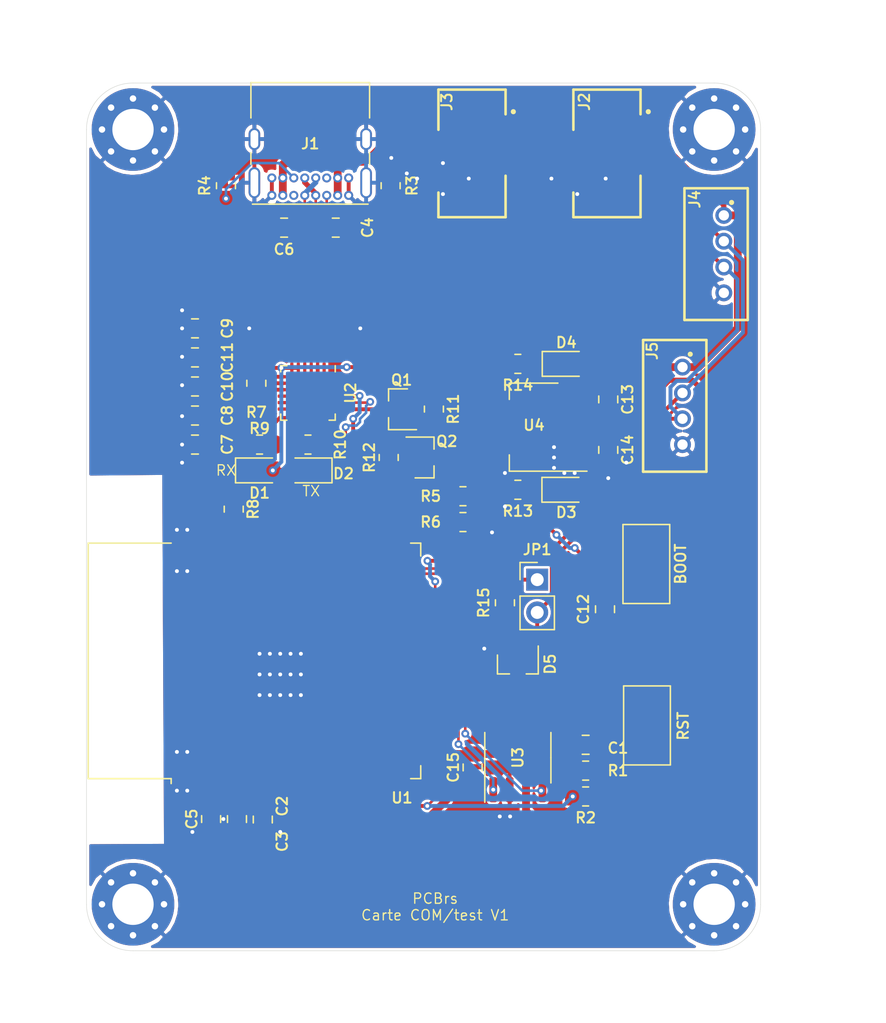
<source format=kicad_pcb>
(kicad_pcb (version 20171130) (host pcbnew "(5.1.8)-1")
  (layers (0 F.Cu signal) (31 B.Cu signal) (34 B.Paste user) (35 F.Paste user) (36 B.SilkS user) (37 F.SilkS user) (38 B.Mask user) (39 F.Mask user) (44 Edge.Cuts user))
  (net 0 "")
  (net 1 GND)
  (net 2 "Net-(C1-Pad1)")
  (net 3 /EN)
  (net 4 +3V3)
  (net 5 /USB+)
  (net 6 /USB-)
  (net 7 +5V)
  (net 8 "Net-(C12-Pad1)")
  (net 9 "Net-(D1-Pad1)")
  (net 10 "Net-(D2-Pad1)")
  (net 11 "Net-(D3-Pad1)")
  (net 12 "Net-(D4-Pad1)")
  (net 13 /CANL)
  (net 14 /CANH)
  (net 15 "Net-(J1-PadA5)")
  (net 16 "Net-(J1-PadA8)")
  (net 17 "Net-(J1-PadB8)")
  (net 18 "Net-(J1-PadB5)")
  (net 19 "Net-(JP1-Pad1)")
  (net 20 /RTS)
  (net 21 "Net-(Q1-Pad1)")
  (net 22 "Net-(Q2-Pad1)")
  (net 23 /IO0)
  (net 24 /DTR)
  (net 25 "Net-(R7-Pad2)")
  (net 26 /RX)
  (net 27 "Net-(R8-Pad2)")
  (net 28 "Net-(R9-Pad2)")
  (net 29 "Net-(R10-Pad2)")
  (net 30 "Net-(U1-Pad4)")
  (net 31 "Net-(U1-Pad5)")
  (net 32 "Net-(U1-Pad6)")
  (net 33 "Net-(U1-Pad7)")
  (net 34 "Net-(U1-Pad8)")
  (net 35 "Net-(U1-Pad9)")
  (net 36 "Net-(U1-Pad10)")
  (net 37 "Net-(U1-Pad11)")
  (net 38 "Net-(U1-Pad12)")
  (net 39 "Net-(U1-Pad13)")
  (net 40 "Net-(U1-Pad14)")
  (net 41 "Net-(U1-Pad16)")
  (net 42 "Net-(U1-Pad17)")
  (net 43 "Net-(U1-Pad18)")
  (net 44 "Net-(U1-Pad19)")
  (net 45 "Net-(U1-Pad20)")
  (net 46 "Net-(U1-Pad21)")
  (net 47 "Net-(U1-Pad22)")
  (net 48 "Net-(U1-Pad23)")
  (net 49 "Net-(U1-Pad24)")
  (net 50 /RXCAN)
  (net 51 "Net-(U1-Pad27)")
  (net 52 "Net-(U1-Pad28)")
  (net 53 /TXCAN)
  (net 54 "Net-(U1-Pad30)")
  (net 55 "Net-(U1-Pad31)")
  (net 56 "Net-(U1-Pad32)")
  (net 57 "Net-(U1-Pad33)")
  (net 58 /TX)
  (net 59 "Net-(U1-Pad36)")
  (net 60 "Net-(U1-Pad37)")
  (net 61 "Net-(U2-Pad1)")
  (net 62 "Net-(U2-Pad10)")
  (net 63 "Net-(U2-Pad11)")
  (net 64 "Net-(U2-Pad12)")
  (net 65 "Net-(U2-Pad15)")
  (net 66 "Net-(U2-Pad16)")
  (net 67 "Net-(U2-Pad17)")
  (net 68 "Net-(U2-Pad18)")
  (net 69 "Net-(U2-Pad22)")
  (net 70 "Net-(U2-Pad24)")
  (net 71 "Net-(U3-Pad5)")
  (net 72 "Net-(U3-Pad8)")
  (module MountingHole:MountingHole_3.2mm_M3_Pad_Via (layer F.Cu) (at 101.2 123.6)
    (fp_text reference H4 hide)
    (fp_text value M)
    (pad 1 thru_hole circle (at 1.697056 -1.697056) (size 0.8 0.8) (drill 0.5) (layers *.Cu *.Mask) (net 1 GND))
    (pad 1 thru_hole circle (at 0 -2.4) (size 0.8 0.8) (drill 0.5) (layers *.Cu *.Mask) (net 1 GND))
    (pad 1 thru_hole circle (at -1.697056 -1.697056) (size 0.8 0.8) (drill 0.5) (layers *.Cu *.Mask) (net 1 GND))
    (pad 1 thru_hole circle (at -2.4 0) (size 0.8 0.8) (drill 0.5) (layers *.Cu *.Mask) (net 1 GND))
    (pad 1 thru_hole circle (at -1.697056 1.697056) (size 0.8 0.8) (drill 0.5) (layers *.Cu *.Mask) (net 1 GND))
    (pad 1 thru_hole circle (at 0 2.4) (size 0.8 0.8) (drill 0.5) (layers *.Cu *.Mask) (net 1 GND))
    (pad 1 thru_hole circle (at 1.697056 1.697056) (size 0.8 0.8) (drill 0.5) (layers *.Cu *.Mask) (net 1 GND))
    (pad 1 thru_hole circle (at 2.4 0) (size 0.8 0.8) (drill 0.5) (layers *.Cu *.Mask) (net 1 GND))
    (pad 1 thru_hole circle (at 0 0) (size 6.4 6.4) (drill 3.2) (layers *.Cu *.Mask) (net 1 GND))
  )
  (module MountingHole:MountingHole_3.2mm_M3_Pad_Via (layer F.Cu) (at 101.2 63.6)
    (fp_text reference H3 hide)
    (fp_text value M)
    (pad 1 thru_hole circle (at 1.697056 -1.697056) (size 0.8 0.8) (drill 0.5) (layers *.Cu *.Mask) (net 1 GND))
    (pad 1 thru_hole circle (at 0 -2.4) (size 0.8 0.8) (drill 0.5) (layers *.Cu *.Mask) (net 1 GND))
    (pad 1 thru_hole circle (at -1.697056 -1.697056) (size 0.8 0.8) (drill 0.5) (layers *.Cu *.Mask) (net 1 GND))
    (pad 1 thru_hole circle (at -2.4 0) (size 0.8 0.8) (drill 0.5) (layers *.Cu *.Mask) (net 1 GND))
    (pad 1 thru_hole circle (at -1.697056 1.697056) (size 0.8 0.8) (drill 0.5) (layers *.Cu *.Mask) (net 1 GND))
    (pad 1 thru_hole circle (at 0 2.4) (size 0.8 0.8) (drill 0.5) (layers *.Cu *.Mask) (net 1 GND))
    (pad 1 thru_hole circle (at 1.697056 1.697056) (size 0.8 0.8) (drill 0.5) (layers *.Cu *.Mask) (net 1 GND))
    (pad 1 thru_hole circle (at 2.4 0) (size 0.8 0.8) (drill 0.5) (layers *.Cu *.Mask) (net 1 GND))
    (pad 1 thru_hole circle (at 0 0) (size 6.4 6.4) (drill 3.2) (layers *.Cu *.Mask) (net 1 GND))
  )
  (module MountingHole:MountingHole_3.2mm_M3_Pad_Via (layer F.Cu) (at 56.2 123.6)
    (fp_text reference H2 hide)
    (fp_text value M)
    (pad 1 thru_hole circle (at 1.697056 -1.697056) (size 0.8 0.8) (drill 0.5) (layers *.Cu *.Mask) (net 1 GND))
    (pad 1 thru_hole circle (at 0 -2.4) (size 0.8 0.8) (drill 0.5) (layers *.Cu *.Mask) (net 1 GND))
    (pad 1 thru_hole circle (at -1.697056 -1.697056) (size 0.8 0.8) (drill 0.5) (layers *.Cu *.Mask) (net 1 GND))
    (pad 1 thru_hole circle (at -2.4 0) (size 0.8 0.8) (drill 0.5) (layers *.Cu *.Mask) (net 1 GND))
    (pad 1 thru_hole circle (at -1.697056 1.697056) (size 0.8 0.8) (drill 0.5) (layers *.Cu *.Mask) (net 1 GND))
    (pad 1 thru_hole circle (at 0 2.4) (size 0.8 0.8) (drill 0.5) (layers *.Cu *.Mask) (net 1 GND))
    (pad 1 thru_hole circle (at 1.697056 1.697056) (size 0.8 0.8) (drill 0.5) (layers *.Cu *.Mask) (net 1 GND))
    (pad 1 thru_hole circle (at 2.4 0) (size 0.8 0.8) (drill 0.5) (layers *.Cu *.Mask) (net 1 GND))
    (pad 1 thru_hole circle (at 0 0) (size 6.4 6.4) (drill 3.2) (layers *.Cu *.Mask) (net 1 GND))
  )
  (module MountingHole:MountingHole_3.2mm_M3_Pad_Via (layer F.Cu) (at 56.2 63.6)
    (fp_text reference H1 hide)
    (fp_text value M)
    (pad 1 thru_hole circle (at 1.697056 -1.697056) (size 0.8 0.8) (drill 0.5) (layers *.Cu *.Mask) (net 1 GND))
    (pad 1 thru_hole circle (at 0 -2.4) (size 0.8 0.8) (drill 0.5) (layers *.Cu *.Mask) (net 1 GND))
    (pad 1 thru_hole circle (at -1.697056 -1.697056) (size 0.8 0.8) (drill 0.5) (layers *.Cu *.Mask) (net 1 GND))
    (pad 1 thru_hole circle (at -2.4 0) (size 0.8 0.8) (drill 0.5) (layers *.Cu *.Mask) (net 1 GND))
    (pad 1 thru_hole circle (at -1.697056 1.697056) (size 0.8 0.8) (drill 0.5) (layers *.Cu *.Mask) (net 1 GND))
    (pad 1 thru_hole circle (at 0 2.4) (size 0.8 0.8) (drill 0.5) (layers *.Cu *.Mask) (net 1 GND))
    (pad 1 thru_hole circle (at 1.697056 1.697056) (size 0.8 0.8) (drill 0.5) (layers *.Cu *.Mask) (net 1 GND))
    (pad 1 thru_hole circle (at 2.4 0) (size 0.8 0.8) (drill 0.5) (layers *.Cu *.Mask) (net 1 GND))
    (pad 1 thru_hole circle (at 0 0) (size 6.4 6.4) (drill 3.2) (layers *.Cu *.Mask) (net 1 GND))
  )
  (module Capacitor_SMD:C_0805_2012Metric_Pad1.18x1.45mm_HandSolder (layer F.Cu) (at 91.25 111.25 180)
    (fp_text reference C1 (at -2.5 -0.25) (layer F.SilkS) (effects (font (size 0.8128 0.8128) (thickness 0.1524))))
    (fp_text value 1n)
    (pad 2 smd roundrect (at 1.0375 0 180) (size 1.175 1.45) (layers F.Cu F.Paste F.Mask) (roundrect_rratio 0.212766) (net 1 GND))
    (pad 1 smd roundrect (at -1.0375 0 180) (size 1.175 1.45) (layers F.Cu F.Paste F.Mask) (roundrect_rratio 0.212766) (net 2 "Net-(C1-Pad1)"))
  )
  (module Capacitor_SMD:C_0805_2012Metric_Pad1.18x1.45mm_HandSolder (layer F.Cu) (at 66.25 117.0375 90)
    (fp_text reference C2 (at 1.0375 1.5 90) (layer F.SilkS) (effects (font (size 0.8128 0.8128) (thickness 0.1524))))
    (fp_text value 1n)
    (pad 1 smd roundrect (at -1.0375 0 90) (size 1.175 1.45) (layers F.Cu F.Paste F.Mask) (roundrect_rratio 0.212766) (net 1 GND))
    (pad 2 smd roundrect (at 1.0375 0 90) (size 1.175 1.45) (layers F.Cu F.Paste F.Mask) (roundrect_rratio 0.212766) (net 3 /EN))
  )
  (module Capacitor_SMD:C_0805_2012Metric_Pad1.18x1.45mm_HandSolder (layer F.Cu) (at 64.25 117 270)
    (fp_text reference C3 (at 1.75 -3.5 90) (layer F.SilkS) (effects (font (size 0.8128 0.8128) (thickness 0.1524))))
    (fp_text value 10u)
    (pad 2 smd roundrect (at 1.0375 0 270) (size 1.175 1.45) (layers F.Cu F.Paste F.Mask) (roundrect_rratio 0.212766) (net 1 GND))
    (pad 1 smd roundrect (at -1.0375 0 270) (size 1.175 1.45) (layers F.Cu F.Paste F.Mask) (roundrect_rratio 0.212766) (net 4 +3V3))
  )
  (module Capacitor_SMD:C_0805_2012Metric_Pad1.18x1.45mm_HandSolder (layer F.Cu) (at 71.9 71.2)
    (fp_text reference C4 (at 2.4625 0 90) (layer F.SilkS) (effects (font (size 0.8128 0.8128) (thickness 0.1524))))
    (fp_text value 47p)
    (pad 2 smd roundrect (at 1.0375 0) (size 1.175 1.45) (layers F.Cu F.Paste F.Mask) (roundrect_rratio 0.212766) (net 1 GND))
    (pad 1 smd roundrect (at -1.0375 0) (size 1.175 1.45) (layers F.Cu F.Paste F.Mask) (roundrect_rratio 0.212766) (net 5 /USB+))
  )
  (module Capacitor_SMD:C_0805_2012Metric_Pad1.18x1.45mm_HandSolder (layer F.Cu) (at 62.25 117 270)
    (fp_text reference C5 (at 0 1.5 90) (layer F.SilkS) (effects (font (size 0.8128 0.8128) (thickness 0.1524))))
    (fp_text value 100n)
    (pad 1 smd roundrect (at -1.0375 0 270) (size 1.175 1.45) (layers F.Cu F.Paste F.Mask) (roundrect_rratio 0.212766) (net 4 +3V3))
    (pad 2 smd roundrect (at 1.0375 0 270) (size 1.175 1.45) (layers F.Cu F.Paste F.Mask) (roundrect_rratio 0.212766) (net 1 GND))
  )
  (module Capacitor_SMD:C_0805_2012Metric_Pad1.18x1.45mm_HandSolder (layer F.Cu) (at 67.9 71.2 180)
    (fp_text reference C6 (at 0 -1.68) (layer F.SilkS) (effects (font (size 0.8128 0.8128) (thickness 0.1524))))
    (fp_text value 47p)
    (pad 1 smd roundrect (at -1.0375 0 180) (size 1.175 1.45) (layers F.Cu F.Paste F.Mask) (roundrect_rratio 0.212766) (net 6 /USB-))
    (pad 2 smd roundrect (at 1.0375 0 180) (size 1.175 1.45) (layers F.Cu F.Paste F.Mask) (roundrect_rratio 0.212766) (net 1 GND))
  )
  (module Capacitor_SMD:C_0805_2012Metric_Pad1.18x1.45mm_HandSolder (layer F.Cu) (at 61 88 180)
    (fp_text reference C7 (at -2.5 0 90) (layer F.SilkS) (effects (font (size 0.8128 0.8128) (thickness 0.1524))))
    (fp_text value 10u)
    (pad 1 smd roundrect (at -1.0375 0 180) (size 1.175 1.45) (layers F.Cu F.Paste F.Mask) (roundrect_rratio 0.212766) (net 7 +5V))
    (pad 2 smd roundrect (at 1.0375 0 180) (size 1.175 1.45) (layers F.Cu F.Paste F.Mask) (roundrect_rratio 0.212766) (net 1 GND))
  )
  (module Capacitor_SMD:C_0805_2012Metric_Pad1.18x1.45mm_HandSolder (layer F.Cu) (at 61 85.75 180)
    (fp_text reference C8 (at -2.5 0 90) (layer F.SilkS) (effects (font (size 0.8128 0.8128) (thickness 0.1524))))
    (fp_text value 10u)
    (pad 2 smd roundrect (at 1.0375 0 180) (size 1.175 1.45) (layers F.Cu F.Paste F.Mask) (roundrect_rratio 0.212766) (net 1 GND))
    (pad 1 smd roundrect (at -1.0375 0 180) (size 1.175 1.45) (layers F.Cu F.Paste F.Mask) (roundrect_rratio 0.212766) (net 7 +5V))
  )
  (module Capacitor_SMD:C_0805_2012Metric_Pad1.18x1.45mm_HandSolder (layer F.Cu) (at 61 79 180)
    (fp_text reference C9 (at -2.5 0 90) (layer F.SilkS) (effects (font (size 0.8128 0.8128) (thickness 0.1524))))
    (fp_text value 10u)
    (pad 1 smd roundrect (at -1.0375 0 180) (size 1.175 1.45) (layers F.Cu F.Paste F.Mask) (roundrect_rratio 0.212766) (net 4 +3V3))
    (pad 2 smd roundrect (at 1.0375 0 180) (size 1.175 1.45) (layers F.Cu F.Paste F.Mask) (roundrect_rratio 0.212766) (net 1 GND))
  )
  (module Capacitor_SMD:C_0805_2012Metric_Pad1.18x1.45mm_HandSolder (layer F.Cu) (at 61 83.5 180)
    (fp_text reference C10 (at -2.5 0 90) (layer F.SilkS) (effects (font (size 0.8128 0.8128) (thickness 0.1524))))
    (fp_text value 100n)
    (pad 1 smd roundrect (at -1.0375 0 180) (size 1.175 1.45) (layers F.Cu F.Paste F.Mask) (roundrect_rratio 0.212766) (net 7 +5V))
    (pad 2 smd roundrect (at 1.0375 0 180) (size 1.175 1.45) (layers F.Cu F.Paste F.Mask) (roundrect_rratio 0.212766) (net 1 GND))
  )
  (module Capacitor_SMD:C_0805_2012Metric_Pad1.18x1.45mm_HandSolder (layer F.Cu) (at 61 81.25 180)
    (fp_text reference C11 (at -2.5 0 90) (layer F.SilkS) (effects (font (size 0.8128 0.8128) (thickness 0.1524))))
    (fp_text value 100n)
    (pad 2 smd roundrect (at 1.0375 0 180) (size 1.175 1.45) (layers F.Cu F.Paste F.Mask) (roundrect_rratio 0.212766) (net 1 GND))
    (pad 1 smd roundrect (at -1.0375 0 180) (size 1.175 1.45) (layers F.Cu F.Paste F.Mask) (roundrect_rratio 0.212766) (net 4 +3V3))
  )
  (module Capacitor_SMD:C_0805_2012Metric_Pad1.18x1.45mm_HandSolder (layer F.Cu) (at 92.75 100.75 90)
    (fp_text reference C12 (at 0 -1.68 90) (layer F.SilkS) (effects (font (size 0.8128 0.8128) (thickness 0.1524))))
    (fp_text value 1n)
    (pad 1 smd roundrect (at -1.0375 0 90) (size 1.175 1.45) (layers F.Cu F.Paste F.Mask) (roundrect_rratio 0.212766) (net 8 "Net-(C12-Pad1)"))
    (pad 2 smd roundrect (at 1.0375 0 90) (size 1.175 1.45) (layers F.Cu F.Paste F.Mask) (roundrect_rratio 0.212766) (net 1 GND))
  )
  (module Capacitor_SMD:C_0805_2012Metric_Pad1.18x1.45mm_HandSolder (layer F.Cu) (at 93 84.5 90)
    (fp_text reference C13 (at 0 1.5 90) (layer F.SilkS) (effects (font (size 0.8128 0.8128) (thickness 0.1524))))
    (fp_text value 10u)
    (pad 1 smd roundrect (at -1.0375 0 90) (size 1.175 1.45) (layers F.Cu F.Paste F.Mask) (roundrect_rratio 0.212766) (net 7 +5V))
    (pad 2 smd roundrect (at 1.0375 0 90) (size 1.175 1.45) (layers F.Cu F.Paste F.Mask) (roundrect_rratio 0.212766) (net 1 GND))
  )
  (module Capacitor_SMD:C_0805_2012Metric_Pad1.18x1.45mm_HandSolder (layer F.Cu) (at 93 88.4125 270)
    (fp_text reference C14 (at 0 -1.5 90) (layer F.SilkS) (effects (font (size 0.8128 0.8128) (thickness 0.1524))))
    (fp_text value 10u)
    (pad 2 smd roundrect (at 1.0375 0 270) (size 1.175 1.45) (layers F.Cu F.Paste F.Mask) (roundrect_rratio 0.212766) (net 1 GND))
    (pad 1 smd roundrect (at -1.0375 0 270) (size 1.175 1.45) (layers F.Cu F.Paste F.Mask) (roundrect_rratio 0.212766) (net 4 +3V3))
  )
  (module Capacitor_SMD:C_0805_2012Metric_Pad1.18x1.45mm_HandSolder (layer F.Cu) (at 82.5 113 270)
    (fp_text reference C15 (at 0 1.5 90) (layer F.SilkS) (effects (font (size 0.8128 0.8128) (thickness 0.1524))))
    (fp_text value 100n)
    (pad 2 smd roundrect (at 1.0375 0 270) (size 1.175 1.45) (layers F.Cu F.Paste F.Mask) (roundrect_rratio 0.212766) (net 1 GND))
    (pad 1 smd roundrect (at -1.0375 0 270) (size 1.175 1.45) (layers F.Cu F.Paste F.Mask) (roundrect_rratio 0.212766) (net 4 +3V3))
  )
  (module LED_SMD:LED_0805_2012Metric_Pad1.15x1.40mm_HandSolder (layer F.Cu) (at 66 90)
    (fp_text reference D1 (at 0 1.75) (layer F.SilkS) (effects (font (size 0.8128 0.8128) (thickness 0.1524))))
    (fp_text value LED_RX)
    (pad 1 smd roundrect (at -1.025 0) (size 1.15 1.4) (layers F.Cu F.Paste F.Mask) (roundrect_rratio 0.217391) (net 9 "Net-(D1-Pad1)"))
    (pad 2 smd roundrect (at 1.025 0) (size 1.15 1.4) (layers F.Cu F.Paste F.Mask) (roundrect_rratio 0.217391) (net 4 +3V3))
  )
  (module LED_SMD:LED_0805_2012Metric_Pad1.15x1.40mm_HandSolder (layer F.Cu) (at 69.75 90 180)
    (fp_text reference D2 (at -2.75 -0.25) (layer F.SilkS) (effects (font (size 0.8128 0.8128) (thickness 0.1524))))
    (fp_text value LED_TX)
    (pad 2 smd roundrect (at 1.025 0 180) (size 1.15 1.4) (layers F.Cu F.Paste F.Mask) (roundrect_rratio 0.217391) (net 4 +3V3))
    (pad 1 smd roundrect (at -1.025 0 180) (size 1.15 1.4) (layers F.Cu F.Paste F.Mask) (roundrect_rratio 0.217391) (net 10 "Net-(D2-Pad1)"))
  )
  (module LED_SMD:LED_0805_2012Metric_Pad1.15x1.40mm_HandSolder (layer F.Cu) (at 89.725 91.5)
    (fp_text reference D3 (at 0.025 1.75) (layer F.SilkS) (effects (font (size 0.8128 0.8128) (thickness 0.1524))))
    (fp_text value LED_33V)
    (pad 2 smd roundrect (at 1.025 0) (size 1.15 1.4) (layers F.Cu F.Paste F.Mask) (roundrect_rratio 0.217391) (net 4 +3V3))
    (pad 1 smd roundrect (at -1.025 0) (size 1.15 1.4) (layers F.Cu F.Paste F.Mask) (roundrect_rratio 0.217391) (net 11 "Net-(D3-Pad1)"))
  )
  (module LED_SMD:LED_0805_2012Metric_Pad1.15x1.40mm_HandSolder (layer F.Cu) (at 89.75 81.75)
    (fp_text reference D4 (at 0 -1.65) (layer F.SilkS) (effects (font (size 0.8128 0.8128) (thickness 0.1524))))
    (fp_text value LED_5V)
    (pad 1 smd roundrect (at -1.025 0) (size 1.15 1.4) (layers F.Cu F.Paste F.Mask) (roundrect_rratio 0.217391) (net 12 "Net-(D4-Pad1)"))
    (pad 2 smd roundrect (at 1.025 0) (size 1.15 1.4) (layers F.Cu F.Paste F.Mask) (roundrect_rratio 0.217391) (net 7 +5V))
  )
  (module Package_TO_SOT_SMD:SOT-23 (layer F.Cu) (at 86 105 270)
    (fp_text reference D5 (at 0 -2.5 90) (layer F.SilkS) (effects (font (size 0.8128 0.8128) (thickness 0.1524))))
    (fp_text value TVS)
    (pad 1 smd rect (at -1 -0.95 270) (size 0.9 0.8) (layers F.Cu F.Paste F.Mask) (net 13 /CANL))
    (pad 2 smd rect (at -1 0.95 270) (size 0.9 0.8) (layers F.Cu F.Paste F.Mask) (net 14 /CANH))
    (pad 3 smd rect (at 1 0 270) (size 0.9 0.8) (layers F.Cu F.Paste F.Mask) (net 1 GND))
  )
  (module Connector_USB:USB_C_Receptacle_GCT_USB4085 (layer F.Cu) (at 72.9 68.7 180)
    (fp_text reference J1 (at 2.975 4) (layer F.SilkS) (effects (font (size 0.8128 0.8128) (thickness 0.1524))))
    (fp_text value USB_C_Receptacle_USB2.0)
    (pad A1 thru_hole circle (at 0 0 180) (size 0.7 0.7) (drill 0.4) (layers *.Cu *.Mask) (net 1 GND))
    (pad A4 thru_hole circle (at 0.85 0 180) (size 0.7 0.7) (drill 0.4) (layers *.Cu *.Mask) (net 7 +5V))
    (pad A5 thru_hole circle (at 1.7 0 180) (size 0.7 0.7) (drill 0.4) (layers *.Cu *.Mask) (net 15 "Net-(J1-PadA5)"))
    (pad A6 thru_hole circle (at 2.55 0 180) (size 0.7 0.7) (drill 0.4) (layers *.Cu *.Mask) (net 5 /USB+))
    (pad A7 thru_hole circle (at 3.4 0 180) (size 0.7 0.7) (drill 0.4) (layers *.Cu *.Mask) (net 6 /USB-))
    (pad A8 thru_hole circle (at 4.25 0 180) (size 0.7 0.7) (drill 0.4) (layers *.Cu *.Mask) (net 16 "Net-(J1-PadA8)"))
    (pad A9 thru_hole circle (at 5.1 0 180) (size 0.7 0.7) (drill 0.4) (layers *.Cu *.Mask) (net 7 +5V))
    (pad A12 thru_hole circle (at 5.95 0 180) (size 0.7 0.7) (drill 0.4) (layers *.Cu *.Mask) (net 1 GND))
    (pad B9 thru_hole circle (at 0.85 1.35 180) (size 0.7 0.7) (drill 0.4) (layers *.Cu *.Mask) (net 7 +5V))
    (pad B7 thru_hole circle (at 2.55 1.35 180) (size 0.7 0.7) (drill 0.4) (layers *.Cu *.Mask) (net 6 /USB-))
    (pad B8 thru_hole circle (at 1.7 1.35 180) (size 0.7 0.7) (drill 0.4) (layers *.Cu *.Mask) (net 17 "Net-(J1-PadB8)"))
    (pad B12 thru_hole circle (at 0 1.35 180) (size 0.7 0.7) (drill 0.4) (layers *.Cu *.Mask) (net 1 GND))
    (pad B5 thru_hole circle (at 4.25 1.35 180) (size 0.7 0.7) (drill 0.4) (layers *.Cu *.Mask) (net 18 "Net-(J1-PadB5)"))
    (pad B4 thru_hole circle (at 5.1 1.35 180) (size 0.7 0.7) (drill 0.4) (layers *.Cu *.Mask) (net 7 +5V))
    (pad B1 thru_hole circle (at 5.95 1.35 180) (size 0.7 0.7) (drill 0.4) (layers *.Cu *.Mask) (net 1 GND))
    (pad B6 thru_hole circle (at 3.4 1.35 180) (size 0.7 0.7) (drill 0.4) (layers *.Cu *.Mask) (net 5 /USB+))
    (pad S1 thru_hole oval (at -1.35 0.98 180) (size 0.9 2.4) (drill oval 0.6 2.1) (layers *.Cu *.Mask) (net 1 GND))
    (pad S1 thru_hole oval (at 7.3 0.98 180) (size 0.9 2.4) (drill oval 0.6 2.1) (layers *.Cu *.Mask) (net 1 GND))
    (pad S1 thru_hole oval (at -1.35 4.36 180) (size 0.9 1.7) (drill oval 0.6 1.4) (layers *.Cu *.Mask) (net 1 GND))
    (pad S1 thru_hole oval (at 7.3 4.36 180) (size 0.9 1.7) (drill oval 0.6 1.4) (layers *.Cu *.Mask) (net 1 GND))
  )
  (module AREA_lib_Connector:690367290476 (layer F.Cu) (at 92.9 65.45 90)
    (fp_text reference J2 (at 4 -1.75 90) (layer F.SilkS) (effects (font (size 0.8128 0.8128) (thickness 0.1524))))
    (fp_text value CAN)
    (pad 4 smd rect (at -1.905 -2.25 90) (size 1.5 3) (layers F.Cu F.Paste F.Mask) (net 1 GND))
    (pad 2 smd rect (at 0.635 -2.25 90) (size 1.5 3) (layers F.Cu F.Paste F.Mask) (net 14 /CANH))
    (pad 3 smd rect (at -0.635 2.25 90) (size 1.5 3) (layers F.Cu F.Paste F.Mask) (net 13 /CANL))
    (pad 1 smd rect (at 1.905 2.25 90) (size 1.5 3) (layers F.Cu F.Paste F.Mask) (net 7 +5V))
  )
  (module AREA_lib_Connector:690367290476 (layer F.Cu) (at 82.450001 65.45 90)
    (fp_text reference J3 (at 4 -1.949999 90) (layer F.SilkS) (effects (font (size 0.8128 0.8128) (thickness 0.1524))))
    (fp_text value CAN)
    (pad 1 smd rect (at 1.905 2.25 90) (size 1.5 3) (layers F.Cu F.Paste F.Mask) (net 7 +5V))
    (pad 3 smd rect (at -0.635 2.25 90) (size 1.5 3) (layers F.Cu F.Paste F.Mask) (net 13 /CANL))
    (pad 2 smd rect (at 0.635 -2.25 90) (size 1.5 3) (layers F.Cu F.Paste F.Mask) (net 14 /CANH))
    (pad 4 smd rect (at -1.905 -2.25 90) (size 1.5 3) (layers F.Cu F.Paste F.Mask) (net 1 GND))
  )
  (module AREA_lib_Connector:Wuerth_2mm_4pin_62000411622 (layer F.Cu) (at 101.35 73.25 90)
    (fp_text reference J4 (at 4.25 -1.65 90) (layer F.SilkS) (effects (font (size 0.8128 0.8128) (thickness 0.1524))))
    (fp_text value CAN)
    (pad 1 thru_hole circle (at 3 0.6 90) (size 1.308 1.308) (drill 0.8) (layers *.Cu *.Mask) (net 7 +5V))
    (pad 2 thru_hole circle (at 1 0.6 90) (size 1.308 1.308) (drill 0.8) (layers *.Cu *.Mask) (net 14 /CANH))
    (pad 3 thru_hole circle (at -1 0.6 90) (size 1.308 1.308) (drill 0.8) (layers *.Cu *.Mask) (net 13 /CANL))
    (pad 4 thru_hole circle (at -3 0.6 90) (size 1.308 1.308) (drill 0.8) (layers *.Cu *.Mask) (net 1 GND))
  )
  (module AREA_lib_Connector:Wuerth_2mm_4pin_62000411622 (layer F.Cu) (at 98.15 85 90)
    (fp_text reference J5 (at 4.25 -1.75 90) (layer F.SilkS) (effects (font (size 0.8128 0.8128) (thickness 0.1524))))
    (fp_text value CAN)
    (pad 4 thru_hole circle (at -3 0.6 90) (size 1.308 1.308) (drill 0.8) (layers *.Cu *.Mask) (net 1 GND))
    (pad 3 thru_hole circle (at -1 0.6 90) (size 1.308 1.308) (drill 0.8) (layers *.Cu *.Mask) (net 13 /CANL))
    (pad 2 thru_hole circle (at 1 0.6 90) (size 1.308 1.308) (drill 0.8) (layers *.Cu *.Mask) (net 14 /CANH))
    (pad 1 thru_hole circle (at 3 0.6 90) (size 1.308 1.308) (drill 0.8) (layers *.Cu *.Mask) (net 7 +5V))
  )
  (module Connector_PinHeader_2.54mm:PinHeader_1x02_P2.54mm_Vertical (layer F.Cu) (at 87.5 98.46)
    (fp_text reference JP1 (at 0 -2.33) (layer F.SilkS) (effects (font (size 0.8128 0.8128) (thickness 0.1524))))
    (fp_text value JUMP)
    (pad 1 thru_hole rect (at 0 0) (size 1.7 1.7) (drill 1) (layers *.Cu *.Mask) (net 19 "Net-(JP1-Pad1)"))
    (pad 2 thru_hole oval (at 0 2.54) (size 1.7 1.7) (drill 1) (layers *.Cu *.Mask) (net 13 /CANL))
  )
  (module Package_TO_SOT_SMD:SOT-23 (layer F.Cu) (at 76.75 85.264999 180)
    (fp_text reference Q1 (at -0.25 2.264999) (layer F.SilkS) (effects (font (size 0.8128 0.8128) (thickness 0.1524))))
    (fp_text value Q_NPN_BCE)
    (pad 3 smd rect (at 1 0 180) (size 0.9 0.8) (layers F.Cu F.Paste F.Mask) (net 20 /RTS))
    (pad 2 smd rect (at -1 0.95 180) (size 0.9 0.8) (layers F.Cu F.Paste F.Mask) (net 3 /EN))
    (pad 1 smd rect (at -1 -0.95 180) (size 0.9 0.8) (layers F.Cu F.Paste F.Mask) (net 21 "Net-(Q1-Pad1)"))
  )
  (module Package_TO_SOT_SMD:SOT-23 (layer F.Cu) (at 78.75 89)
    (fp_text reference Q2 (at 1.75 -1.25) (layer F.SilkS) (effects (font (size 0.8128 0.8128) (thickness 0.1524))))
    (fp_text value Q_NPN_BCE)
    (pad 1 smd rect (at -1 -0.95) (size 0.9 0.8) (layers F.Cu F.Paste F.Mask) (net 22 "Net-(Q2-Pad1)"))
    (pad 2 smd rect (at -1 0.95) (size 0.9 0.8) (layers F.Cu F.Paste F.Mask) (net 23 /IO0))
    (pad 3 smd rect (at 1 0) (size 0.9 0.8) (layers F.Cu F.Paste F.Mask) (net 24 /DTR))
  )
  (module Resistor_SMD:R_0805_2012Metric_Pad1.20x1.40mm_HandSolder (layer F.Cu) (at 91.25 113.25)
    (fp_text reference R1 (at 2.5 0) (layer F.SilkS) (effects (font (size 0.8128 0.8128) (thickness 0.1524))))
    (fp_text value 560)
    (pad 2 smd roundrect (at 1 0) (size 1.2 1.4) (layers F.Cu F.Paste F.Mask) (roundrect_rratio 0.208333) (net 2 "Net-(C1-Pad1)"))
    (pad 1 smd roundrect (at -1 0) (size 1.2 1.4) (layers F.Cu F.Paste F.Mask) (roundrect_rratio 0.208333) (net 3 /EN))
  )
  (module Resistor_SMD:R_0805_2012Metric_Pad1.20x1.40mm_HandSolder (layer F.Cu) (at 91.25 115.25 180)
    (fp_text reference R2 (at 0 -1.65) (layer F.SilkS) (effects (font (size 0.8128 0.8128) (thickness 0.1524))))
    (fp_text value 10K)
    (pad 1 smd roundrect (at -1 0 180) (size 1.2 1.4) (layers F.Cu F.Paste F.Mask) (roundrect_rratio 0.208333) (net 4 +3V3))
    (pad 2 smd roundrect (at 1 0 180) (size 1.2 1.4) (layers F.Cu F.Paste F.Mask) (roundrect_rratio 0.208333) (net 3 /EN))
  )
  (module Resistor_SMD:R_0805_2012Metric_Pad1.20x1.40mm_HandSolder (layer F.Cu) (at 76.15 67.95 270)
    (fp_text reference R3 (at 0 -1.65 90) (layer F.SilkS) (effects (font (size 0.8128 0.8128) (thickness 0.1524))))
    (fp_text value 5.1K)
    (pad 1 smd roundrect (at -1 0 270) (size 1.2 1.4) (layers F.Cu F.Paste F.Mask) (roundrect_rratio 0.208333) (net 1 GND))
    (pad 2 smd roundrect (at 1 0 270) (size 1.2 1.4) (layers F.Cu F.Paste F.Mask) (roundrect_rratio 0.208333) (net 15 "Net-(J1-PadA5)"))
  )
  (module Resistor_SMD:R_0805_2012Metric_Pad1.20x1.40mm_HandSolder (layer F.Cu) (at 63.4 67.95 90)
    (fp_text reference R4 (at 0 -1.65 90) (layer F.SilkS) (effects (font (size 0.8128 0.8128) (thickness 0.1524))))
    (fp_text value 5.1K)
    (pad 2 smd roundrect (at 1 0 90) (size 1.2 1.4) (layers F.Cu F.Paste F.Mask) (roundrect_rratio 0.208333) (net 1 GND))
    (pad 1 smd roundrect (at -1 0 90) (size 1.2 1.4) (layers F.Cu F.Paste F.Mask) (roundrect_rratio 0.208333) (net 18 "Net-(J1-PadB5)"))
  )
  (module Resistor_SMD:R_0805_2012Metric_Pad1.20x1.40mm_HandSolder (layer F.Cu) (at 81.75 92 180)
    (fp_text reference R5 (at 2.5 0) (layer F.SilkS) (effects (font (size 0.8128 0.8128) (thickness 0.1524))))
    (fp_text value 10K)
    (pad 2 smd roundrect (at 1 0 180) (size 1.2 1.4) (layers F.Cu F.Paste F.Mask) (roundrect_rratio 0.208333) (net 23 /IO0))
    (pad 1 smd roundrect (at -1 0 180) (size 1.2 1.4) (layers F.Cu F.Paste F.Mask) (roundrect_rratio 0.208333) (net 4 +3V3))
  )
  (module Resistor_SMD:R_0805_2012Metric_Pad1.20x1.40mm_HandSolder (layer F.Cu) (at 81.75 94)
    (fp_text reference R6 (at -2.5 0) (layer F.SilkS) (effects (font (size 0.8128 0.8128) (thickness 0.1524))))
    (fp_text value 560)
    (pad 2 smd roundrect (at 1 0) (size 1.2 1.4) (layers F.Cu F.Paste F.Mask) (roundrect_rratio 0.208333) (net 8 "Net-(C12-Pad1)"))
    (pad 1 smd roundrect (at -1 0) (size 1.2 1.4) (layers F.Cu F.Paste F.Mask) (roundrect_rratio 0.208333) (net 23 /IO0))
  )
  (module Resistor_SMD:R_0805_2012Metric_Pad1.20x1.40mm_HandSolder (layer F.Cu) (at 65.75 83.25 270)
    (fp_text reference R7 (at 2.25 0 180) (layer F.SilkS) (effects (font (size 0.8128 0.8128) (thickness 0.1524))))
    (fp_text value 10K)
    (pad 1 smd roundrect (at -1 0 270) (size 1.2 1.4) (layers F.Cu F.Paste F.Mask) (roundrect_rratio 0.208333) (net 4 +3V3))
    (pad 2 smd roundrect (at 1 0 270) (size 1.2 1.4) (layers F.Cu F.Paste F.Mask) (roundrect_rratio 0.208333) (net 25 "Net-(R7-Pad2)"))
  )
  (module Resistor_SMD:R_0805_2012Metric_Pad1.20x1.40mm_HandSolder (layer F.Cu) (at 64 93 90)
    (fp_text reference R8 (at 0 1.5 90) (layer F.SilkS) (effects (font (size 0.8128 0.8128) (thickness 0.1524))))
    (fp_text value 470)
    (pad 1 smd roundrect (at -1 0 90) (size 1.2 1.4) (layers F.Cu F.Paste F.Mask) (roundrect_rratio 0.208333) (net 26 /RX))
    (pad 2 smd roundrect (at 1 0 90) (size 1.2 1.4) (layers F.Cu F.Paste F.Mask) (roundrect_rratio 0.208333) (net 27 "Net-(R8-Pad2)"))
  )
  (module Resistor_SMD:R_0805_2012Metric_Pad1.20x1.40mm_HandSolder (layer F.Cu) (at 66 88)
    (fp_text reference R9 (at 0 -1.25) (layer F.SilkS) (effects (font (size 0.8128 0.8128) (thickness 0.1524))))
    (fp_text value 270)
    (pad 1 smd roundrect (at -1 0) (size 1.2 1.4) (layers F.Cu F.Paste F.Mask) (roundrect_rratio 0.208333) (net 9 "Net-(D1-Pad1)"))
    (pad 2 smd roundrect (at 1 0) (size 1.2 1.4) (layers F.Cu F.Paste F.Mask) (roundrect_rratio 0.208333) (net 28 "Net-(R9-Pad2)"))
  )
  (module Resistor_SMD:R_0805_2012Metric_Pad1.20x1.40mm_HandSolder (layer F.Cu) (at 69.75 88 180)
    (fp_text reference R10 (at -2.5 0 270) (layer F.SilkS) (effects (font (size 0.8128 0.8128) (thickness 0.1524))))
    (fp_text value 260)
    (pad 2 smd roundrect (at 1 0 180) (size 1.2 1.4) (layers F.Cu F.Paste F.Mask) (roundrect_rratio 0.208333) (net 29 "Net-(R10-Pad2)"))
    (pad 1 smd roundrect (at -1 0 180) (size 1.2 1.4) (layers F.Cu F.Paste F.Mask) (roundrect_rratio 0.208333) (net 10 "Net-(D2-Pad1)"))
  )
  (module Resistor_SMD:R_0805_2012Metric_Pad1.20x1.40mm_HandSolder (layer F.Cu) (at 79.5 85.25 90)
    (fp_text reference R11 (at 0 1.5 90) (layer F.SilkS) (effects (font (size 0.8128 0.8128) (thickness 0.1524))))
    (fp_text value 10K)
    (pad 1 smd roundrect (at -1 0 90) (size 1.2 1.4) (layers F.Cu F.Paste F.Mask) (roundrect_rratio 0.208333) (net 21 "Net-(Q1-Pad1)"))
    (pad 2 smd roundrect (at 1 0 90) (size 1.2 1.4) (layers F.Cu F.Paste F.Mask) (roundrect_rratio 0.208333) (net 24 /DTR))
  )
  (module Resistor_SMD:R_0805_2012Metric_Pad1.20x1.40mm_HandSolder (layer F.Cu) (at 76 89 270)
    (fp_text reference R12 (at 0 1.5 90) (layer F.SilkS) (effects (font (size 0.8128 0.8128) (thickness 0.1524))))
    (fp_text value 10K)
    (pad 1 smd roundrect (at -1 0 270) (size 1.2 1.4) (layers F.Cu F.Paste F.Mask) (roundrect_rratio 0.208333) (net 22 "Net-(Q2-Pad1)"))
    (pad 2 smd roundrect (at 1 0 270) (size 1.2 1.4) (layers F.Cu F.Paste F.Mask) (roundrect_rratio 0.208333) (net 20 /RTS))
  )
  (module Resistor_SMD:R_0805_2012Metric_Pad1.20x1.40mm_HandSolder (layer F.Cu) (at 86 91.5 180)
    (fp_text reference R13 (at 0 -1.65) (layer F.SilkS) (effects (font (size 0.8128 0.8128) (thickness 0.1524))))
    (fp_text value 270)
    (pad 1 smd roundrect (at -1 0 180) (size 1.2 1.4) (layers F.Cu F.Paste F.Mask) (roundrect_rratio 0.208333) (net 11 "Net-(D3-Pad1)"))
    (pad 2 smd roundrect (at 1 0 180) (size 1.2 1.4) (layers F.Cu F.Paste F.Mask) (roundrect_rratio 0.208333) (net 1 GND))
  )
  (module Resistor_SMD:R_0805_2012Metric_Pad1.20x1.40mm_HandSolder (layer F.Cu) (at 86 81.75 180)
    (fp_text reference R14 (at 0 -1.65) (layer F.SilkS) (effects (font (size 0.8128 0.8128) (thickness 0.1524))))
    (fp_text value 560)
    (pad 2 smd roundrect (at 1 0 180) (size 1.2 1.4) (layers F.Cu F.Paste F.Mask) (roundrect_rratio 0.208333) (net 1 GND))
    (pad 1 smd roundrect (at -1 0 180) (size 1.2 1.4) (layers F.Cu F.Paste F.Mask) (roundrect_rratio 0.208333) (net 12 "Net-(D4-Pad1)"))
  )
  (module Resistor_SMD:R_0805_2012Metric_Pad1.20x1.40mm_HandSolder (layer F.Cu) (at 85 100.25 90)
    (fp_text reference R15 (at 0 -1.65 90) (layer F.SilkS) (effects (font (size 0.8128 0.8128) (thickness 0.1524))))
    (fp_text value 120)
    (pad 2 smd roundrect (at 1 0 90) (size 1.2 1.4) (layers F.Cu F.Paste F.Mask) (roundrect_rratio 0.208333) (net 19 "Net-(JP1-Pad1)"))
    (pad 1 smd roundrect (at -1 0 90) (size 1.2 1.4) (layers F.Cu F.Paste F.Mask) (roundrect_rratio 0.208333) (net 14 /CANH))
  )
  (module Button_Switch_SMD:SW_SPST_FSMSM (layer F.Cu) (at 96 109.75 90)
    (fp_text reference RST (at -0.05 2.8 90) (layer F.SilkS) (effects (font (size 0.8128 0.8128) (thickness 0.1524))))
    (fp_text value RST)
    (pad 1 smd rect (at -4.59 0 90) (size 2.18 1.6) (layers F.Cu F.Paste F.Mask) (net 2 "Net-(C1-Pad1)"))
    (pad 2 smd rect (at 4.59 0 90) (size 2.18 1.6) (layers F.Cu F.Paste F.Mask) (net 1 GND))
  )
  (module Button_Switch_SMD:SW_SPST_FSMSM (layer F.Cu) (at 95.95 97.25 90)
    (fp_text reference BOOT (at 0 2.65 90) (layer F.SilkS) (effects (font (size 0.8128 0.8128) (thickness 0.1524))))
    (fp_text value BOOT)
    (pad 2 smd rect (at 4.59 0 90) (size 2.18 1.6) (layers F.Cu F.Paste F.Mask) (net 1 GND))
    (pad 1 smd rect (at -4.59 0 90) (size 2.18 1.6) (layers F.Cu F.Paste F.Mask) (net 8 "Net-(C12-Pad1)"))
  )
  (module RF_Module:ESP32-WROOM-32 (layer F.Cu) (at 68.6 104.75 90)
    (fp_text reference U1 (at -10.61 8.43) (layer F.SilkS) (effects (font (size 0.8128 0.8128) (thickness 0.1524))))
    (fp_text value ESP32-WROOM-32)
    (pad 39 smd rect (at -1 -0.755 90) (size 5 5) (layers F.Cu F.Paste F.Mask) (net 1 GND))
    (pad 1 smd rect (at -8.5 -8.255 90) (size 2 0.9) (layers F.Cu F.Paste F.Mask) (net 1 GND))
    (pad 2 smd rect (at -8.5 -6.985 90) (size 2 0.9) (layers F.Cu F.Paste F.Mask) (net 4 +3V3))
    (pad 3 smd rect (at -8.5 -5.715 90) (size 2 0.9) (layers F.Cu F.Paste F.Mask) (net 3 /EN))
    (pad 4 smd rect (at -8.5 -4.445 90) (size 2 0.9) (layers F.Cu F.Paste F.Mask) (net 30 "Net-(U1-Pad4)"))
    (pad 5 smd rect (at -8.5 -3.175 90) (size 2 0.9) (layers F.Cu F.Paste F.Mask) (net 31 "Net-(U1-Pad5)"))
    (pad 6 smd rect (at -8.5 -1.905 90) (size 2 0.9) (layers F.Cu F.Paste F.Mask) (net 32 "Net-(U1-Pad6)"))
    (pad 7 smd rect (at -8.5 -0.635 90) (size 2 0.9) (layers F.Cu F.Paste F.Mask) (net 33 "Net-(U1-Pad7)"))
    (pad 8 smd rect (at -8.5 0.635 90) (size 2 0.9) (layers F.Cu F.Paste F.Mask) (net 34 "Net-(U1-Pad8)"))
    (pad 9 smd rect (at -8.5 1.905 90) (size 2 0.9) (layers F.Cu F.Paste F.Mask) (net 35 "Net-(U1-Pad9)"))
    (pad 10 smd rect (at -8.5 3.175 90) (size 2 0.9) (layers F.Cu F.Paste F.Mask) (net 36 "Net-(U1-Pad10)"))
    (pad 11 smd rect (at -8.5 4.445 90) (size 2 0.9) (layers F.Cu F.Paste F.Mask) (net 37 "Net-(U1-Pad11)"))
    (pad 12 smd rect (at -8.5 5.715 90) (size 2 0.9) (layers F.Cu F.Paste F.Mask) (net 38 "Net-(U1-Pad12)"))
    (pad 13 smd rect (at -8.5 6.985 90) (size 2 0.9) (layers F.Cu F.Paste F.Mask) (net 39 "Net-(U1-Pad13)"))
    (pad 14 smd rect (at -8.5 8.255 90) (size 2 0.9) (layers F.Cu F.Paste F.Mask) (net 40 "Net-(U1-Pad14)"))
    (pad 15 smd rect (at -5.715 9.255 180) (size 2 0.9) (layers F.Cu F.Paste F.Mask) (net 1 GND))
    (pad 16 smd rect (at -4.445 9.255 180) (size 2 0.9) (layers F.Cu F.Paste F.Mask) (net 41 "Net-(U1-Pad16)"))
    (pad 17 smd rect (at -3.175 9.255 180) (size 2 0.9) (layers F.Cu F.Paste F.Mask) (net 42 "Net-(U1-Pad17)"))
    (pad 18 smd rect (at -1.905 9.255 180) (size 2 0.9) (layers F.Cu F.Paste F.Mask) (net 43 "Net-(U1-Pad18)"))
    (pad 19 smd rect (at -0.635 9.255 180) (size 2 0.9) (layers F.Cu F.Paste F.Mask) (net 44 "Net-(U1-Pad19)"))
    (pad 20 smd rect (at 0.635 9.255 180) (size 2 0.9) (layers F.Cu F.Paste F.Mask) (net 45 "Net-(U1-Pad20)"))
    (pad 21 smd rect (at 1.905 9.255 180) (size 2 0.9) (layers F.Cu F.Paste F.Mask) (net 46 "Net-(U1-Pad21)"))
    (pad 22 smd rect (at 3.175 9.255 180) (size 2 0.9) (layers F.Cu F.Paste F.Mask) (net 47 "Net-(U1-Pad22)"))
    (pad 23 smd rect (at 4.445 9.255 180) (size 2 0.9) (layers F.Cu F.Paste F.Mask) (net 48 "Net-(U1-Pad23)"))
    (pad 24 smd rect (at 5.715 9.255 180) (size 2 0.9) (layers F.Cu F.Paste F.Mask) (net 49 "Net-(U1-Pad24)"))
    (pad 25 smd rect (at 8.5 8.255 90) (size 2 0.9) (layers F.Cu F.Paste F.Mask) (net 23 /IO0))
    (pad 26 smd rect (at 8.5 6.985 90) (size 2 0.9) (layers F.Cu F.Paste F.Mask) (net 50 /RXCAN))
    (pad 27 smd rect (at 8.5 5.715 90) (size 2 0.9) (layers F.Cu F.Paste F.Mask) (net 51 "Net-(U1-Pad27)"))
    (pad 28 smd rect (at 8.5 4.445 90) (size 2 0.9) (layers F.Cu F.Paste F.Mask) (net 52 "Net-(U1-Pad28)"))
    (pad 29 smd rect (at 8.5 3.175 90) (size 2 0.9) (layers F.Cu F.Paste F.Mask) (net 53 /TXCAN))
    (pad 30 smd rect (at 8.5 1.905 90) (size 2 0.9) (layers F.Cu F.Paste F.Mask) (net 54 "Net-(U1-Pad30)"))
    (pad 31 smd rect (at 8.5 0.635 90) (size 2 0.9) (layers F.Cu F.Paste F.Mask) (net 55 "Net-(U1-Pad31)"))
    (pad 32 smd rect (at 8.5 -0.635 90) (size 2 0.9) (layers F.Cu F.Paste F.Mask) (net 56 "Net-(U1-Pad32)"))
    (pad 33 smd rect (at 8.5 -1.905 90) (size 2 0.9) (layers F.Cu F.Paste F.Mask) (net 57 "Net-(U1-Pad33)"))
    (pad 34 smd rect (at 8.5 -3.175 90) (size 2 0.9) (layers F.Cu F.Paste F.Mask) (net 58 /TX))
    (pad 35 smd rect (at 8.5 -4.445 90) (size 2 0.9) (layers F.Cu F.Paste F.Mask) (net 26 /RX))
    (pad 36 smd rect (at 8.5 -5.715 90) (size 2 0.9) (layers F.Cu F.Paste F.Mask) (net 59 "Net-(U1-Pad36)"))
    (pad 37 smd rect (at 8.5 -6.985 90) (size 2 0.9) (layers F.Cu F.Paste F.Mask) (net 60 "Net-(U1-Pad37)"))
    (pad 38 smd rect (at 8.5 -8.255 90) (size 2 0.9) (layers F.Cu F.Paste F.Mask) (net 1 GND))
  )
  (module Package_DFN_QFN:QFN-24-1EP_4x4mm_P0.5mm_EP2.6x2.6mm (layer F.Cu) (at 69.75 84 270)
    (fp_text reference U2 (at 0 -3.3 90) (layer F.SilkS) (effects (font (size 0.8128 0.8128) (thickness 0.1524))))
    (fp_text value CP2102N-A01-GQFN24)
    (pad 1 smd roundrect (at -1.9375 -1.25 270) (size 0.825 0.25) (layers F.Cu F.Paste F.Mask) (net 61 "Net-(U2-Pad1)"))
    (pad 2 smd roundrect (at -1.9375 -0.75 270) (size 0.825 0.25) (layers F.Cu F.Paste F.Mask) (net 1 GND))
    (pad 3 smd roundrect (at -1.9375 -0.25 270) (size 0.825 0.25) (layers F.Cu F.Paste F.Mask) (net 5 /USB+))
    (pad 4 smd roundrect (at -1.9375 0.25 270) (size 0.825 0.25) (layers F.Cu F.Paste F.Mask) (net 6 /USB-))
    (pad 5 smd roundrect (at -1.9375 0.75 270) (size 0.825 0.25) (layers F.Cu F.Paste F.Mask) (net 4 +3V3))
    (pad 6 smd roundrect (at -1.9375 1.25 270) (size 0.825 0.25) (layers F.Cu F.Paste F.Mask) (net 4 +3V3))
    (pad 7 smd roundrect (at -1.25 1.9375 270) (size 0.25 0.825) (layers F.Cu F.Paste F.Mask) (net 4 +3V3))
    (pad 8 smd roundrect (at -0.75 1.9375 270) (size 0.25 0.825) (layers F.Cu F.Paste F.Mask) (net 7 +5V))
    (pad 9 smd roundrect (at -0.25 1.9375 270) (size 0.25 0.825) (layers F.Cu F.Paste F.Mask) (net 25 "Net-(R7-Pad2)"))
    (pad 10 smd roundrect (at 0.25 1.9375 270) (size 0.25 0.825) (layers F.Cu F.Paste F.Mask) (net 62 "Net-(U2-Pad10)"))
    (pad 11 smd roundrect (at 0.75 1.9375 270) (size 0.25 0.825) (layers F.Cu F.Paste F.Mask) (net 63 "Net-(U2-Pad11)"))
    (pad 12 smd roundrect (at 1.25 1.9375 270) (size 0.25 0.825) (layers F.Cu F.Paste F.Mask) (net 64 "Net-(U2-Pad12)"))
    (pad 13 smd roundrect (at 1.9375 1.25 270) (size 0.825 0.25) (layers F.Cu F.Paste F.Mask) (net 28 "Net-(R9-Pad2)"))
    (pad 14 smd roundrect (at 1.9375 0.75 270) (size 0.825 0.25) (layers F.Cu F.Paste F.Mask) (net 29 "Net-(R10-Pad2)"))
    (pad 15 smd roundrect (at 1.9375 0.25 270) (size 0.825 0.25) (layers F.Cu F.Paste F.Mask) (net 65 "Net-(U2-Pad15)"))
    (pad 16 smd roundrect (at 1.9375 -0.25 270) (size 0.825 0.25) (layers F.Cu F.Paste F.Mask) (net 66 "Net-(U2-Pad16)"))
    (pad 17 smd roundrect (at 1.9375 -0.75 270) (size 0.825 0.25) (layers F.Cu F.Paste F.Mask) (net 67 "Net-(U2-Pad17)"))
    (pad 18 smd roundrect (at 1.9375 -1.25 270) (size 0.825 0.25) (layers F.Cu F.Paste F.Mask) (net 68 "Net-(U2-Pad18)"))
    (pad 19 smd roundrect (at 1.25 -1.9375 270) (size 0.25 0.825) (layers F.Cu F.Paste F.Mask) (net 20 /RTS))
    (pad 20 smd roundrect (at 0.75 -1.9375 270) (size 0.25 0.825) (layers F.Cu F.Paste F.Mask) (net 27 "Net-(R8-Pad2)"))
    (pad 21 smd roundrect (at 0.25 -1.9375 270) (size 0.25 0.825) (layers F.Cu F.Paste F.Mask) (net 58 /TX))
    (pad 22 smd roundrect (at -0.25 -1.9375 270) (size 0.25 0.825) (layers F.Cu F.Paste F.Mask) (net 69 "Net-(U2-Pad22)"))
    (pad 23 smd roundrect (at -0.75 -1.9375 270) (size 0.25 0.825) (layers F.Cu F.Paste F.Mask) (net 24 /DTR))
    (pad 24 smd roundrect (at -1.25 -1.9375 270) (size 0.25 0.825) (layers F.Cu F.Paste F.Mask) (net 70 "Net-(U2-Pad24)"))
    (pad 25 smd rect (at 0 0 270) (size 2.6 2.6) (layers F.Cu F.Mask) (net 1 GND))
  )
  (module Package_SO:SOIC-8_3.9x4.9mm_P1.27mm (layer F.Cu) (at 86 112.25 90)
    (fp_text reference U3 (at 0 0 90) (layer F.SilkS) (effects (font (size 0.8128 0.8128) (thickness 0.1524))))
    (fp_text value SN65HVD232)
    (pad 1 smd roundrect (at -2.475 -1.905 90) (size 1.95 0.6) (layers F.Cu F.Paste F.Mask) (net 53 /TXCAN))
    (pad 2 smd roundrect (at -2.475 -0.635 90) (size 1.95 0.6) (layers F.Cu F.Paste F.Mask) (net 1 GND))
    (pad 3 smd roundrect (at -2.475 0.635 90) (size 1.95 0.6) (layers F.Cu F.Paste F.Mask) (net 4 +3V3))
    (pad 4 smd roundrect (at -2.475 1.905 90) (size 1.95 0.6) (layers F.Cu F.Paste F.Mask) (net 50 /RXCAN))
    (pad 5 smd roundrect (at 2.475 1.905 90) (size 1.95 0.6) (layers F.Cu F.Paste F.Mask) (net 71 "Net-(U3-Pad5)"))
    (pad 6 smd roundrect (at 2.475 0.635 90) (size 1.95 0.6) (layers F.Cu F.Paste F.Mask) (net 13 /CANL))
    (pad 7 smd roundrect (at 2.475 -0.635 90) (size 1.95 0.6) (layers F.Cu F.Paste F.Mask) (net 14 /CANH))
    (pad 8 smd roundrect (at 2.475 -1.905 90) (size 1.95 0.6) (layers F.Cu F.Paste F.Mask) (net 72 "Net-(U3-Pad8)"))
  )
  (module Package_TO_SOT_SMD:SOT-223-3_TabPin2 (layer F.Cu) (at 87.25 86.65 180)
    (fp_text reference U4 (at 0 0.15) (layer F.SilkS) (effects (font (size 0.8128 0.8128) (thickness 0.1524))))
    (fp_text value NCP1117-3.3_SOT223)
    (pad 2 smd rect (at 3.15 0 180) (size 2 3.8) (layers F.Cu F.Paste F.Mask) (net 4 +3V3))
    (pad 2 smd rect (at -3.15 0 180) (size 2 1.5) (layers F.Cu F.Paste F.Mask) (net 4 +3V3))
    (pad 3 smd rect (at -3.15 2.3 180) (size 2 1.5) (layers F.Cu F.Paste F.Mask) (net 7 +5V))
    (pad 1 smd rect (at -3.15 -2.3 180) (size 2 1.5) (layers F.Cu F.Paste F.Mask) (net 1 GND))
  )
  (gr_text RX (at 63.4 90) (layer F.SilkS) (effects (font (size 0.8 0.8) (thickness 0.1))))
  (gr_text TX (at 70 91.6) (layer F.SilkS) (effects (font (size 0.8 0.8) (thickness 0.1))))
  (gr_text "PCBrs\nCarte COM/test V1" (at 79.6 123.8) (layer F.SilkS) (effects (font (size 0.8 0.8) (thickness 0.1))))
  (gr_line (start 52.6 123.6) (end 52.6 63.6) (layer Edge.Cuts) (width 0.0381))
  (gr_line (start 101.2 127.2) (end 56.2 127.2) (layer Edge.Cuts) (width 0.0381))
  (gr_line (start 104.8 63.6) (end 104.8 123.6) (layer Edge.Cuts) (width 0.0381))
  (gr_line (start 56.2 60) (end 101.2 60) (layer Edge.Cuts) (width 0.0381))
  (gr_arc (start 101.2 63.6) (end 104.8 63.6) (angle -90) (layer Edge.Cuts) (width 0.0381))
  (gr_arc (start 56.2 63.6) (end 56.2 60) (angle -90) (layer Edge.Cuts) (width 0.0381))
  (gr_arc (start 56.2 123.6) (end 52.6 123.6) (angle -90) (layer Edge.Cuts) (width 0.0381))
  (gr_arc (start 101.2 123.6) (end 101.2 127.2) (angle -90) (layer Edge.Cuts) (width 0.0381))
  (via (at 60 88) (size 0.6) (drill 0.3) (layers F.Cu B.Cu) (net 1))
  (via (at 60 85.8) (size 0.6) (drill 0.3) (layers F.Cu B.Cu) (net 1))
  (via (at 60 83.4) (size 0.6) (drill 0.3) (layers F.Cu B.Cu) (net 1))
  (via (at 60 81.2) (size 0.6) (drill 0.3) (layers F.Cu B.Cu) (net 1))
  (via (at 60 79) (size 0.6) (drill 0.3) (layers F.Cu B.Cu) (net 1))
  (via (at 66 107.4) (size 0.6) (drill 0.3) (layers F.Cu B.Cu) (net 1))
  (via (at 66.8 107.4) (size 0.6) (drill 0.3) (layers F.Cu B.Cu) (net 1))
  (via (at 67.6 107.4) (size 0.6) (drill 0.3) (layers F.Cu B.Cu) (net 1))
  (via (at 68.4 107.4) (size 0.6) (drill 0.3) (layers F.Cu B.Cu) (net 1))
  (via (at 69.2 107.4) (size 0.6) (drill 0.3) (layers F.Cu B.Cu) (net 1))
  (via (at 69.2 104.2) (size 0.6) (drill 0.3) (layers F.Cu B.Cu) (net 1))
  (via (at 68.4 104.2) (size 0.6) (drill 0.3) (layers F.Cu B.Cu) (net 1))
  (via (at 67.6 104.2) (size 0.6) (drill 0.3) (layers F.Cu B.Cu) (net 1))
  (via (at 66.8 104.2) (size 0.6) (drill 0.3) (layers F.Cu B.Cu) (net 1))
  (via (at 66 104.2) (size 0.6) (drill 0.3) (layers F.Cu B.Cu) (net 1))
  (via (at 66 105.8) (size 0.6) (drill 0.3) (layers F.Cu B.Cu) (net 1))
  (via (at 66.8 105.8) (size 0.6) (drill 0.3) (layers F.Cu B.Cu) (net 1))
  (via (at 69.2 105.8) (size 0.6) (drill 0.3) (layers F.Cu B.Cu) (net 1))
  (via (at 68.4 105.8) (size 0.6) (drill 0.3) (layers F.Cu B.Cu) (net 1))
  (via (at 67.6 105.8) (size 0.6) (drill 0.3) (layers F.Cu B.Cu) (net 1))
  (segment (start 70.5 83.25) (end 69.75 84) (width 0.3) (layer F.Cu) (net 1))
  (segment (start 70.5 82.0625) (end 70.5 83.25) (width 0.3) (layer F.Cu) (net 1))
  (via (at 93 90.6) (size 0.6) (drill 0.3) (layers F.Cu B.Cu) (net 1))
  (via (at 94.4 89.4) (size 0.6) (drill 0.3) (layers F.Cu B.Cu) (net 1))
  (via (at 88.8 89) (size 0.6) (drill 0.3) (layers F.Cu B.Cu) (net 1))
  (via (at 88.8 88.2) (size 0.6) (drill 0.3) (layers F.Cu B.Cu) (net 1))
  (via (at 88.8 89.8) (size 0.6) (drill 0.3) (layers F.Cu B.Cu) (net 1))
  (via (at 90.4 90.2) (size 0.6) (drill 0.3) (layers F.Cu B.Cu) (net 1))
  (via (at 89.6 90.2) (size 0.6) (drill 0.3) (layers F.Cu B.Cu) (net 1))
  (via (at 85 90.2) (size 0.6) (drill 0.3) (layers F.Cu B.Cu) (net 1))
  (via (at 85 92.8) (size 0.6) (drill 0.3) (layers F.Cu B.Cu) (net 1))
  (via (at 84 94.8) (size 0.6) (drill 0.3) (layers F.Cu B.Cu) (net 1))
  (via (at 83.4 103.8) (size 0.6) (drill 0.3) (layers F.Cu B.Cu) (net 1))
  (via (at 85.4 116.8) (size 0.6) (drill 0.3) (layers F.Cu B.Cu) (net 1))
  (via (at 84.6 116.8) (size 0.6) (drill 0.3) (layers F.Cu B.Cu) (net 1))
  (via (at 67.6 118) (size 0.6) (drill 0.3) (layers F.Cu B.Cu) (net 1))
  (via (at 60.8 118) (size 0.6) (drill 0.3) (layers F.Cu B.Cu) (net 1))
  (via (at 63.2 117) (size 0.6) (drill 0.3) (layers F.Cu B.Cu) (net 1))
  (via (at 60.4 111.8) (size 0.6) (drill 0.3) (layers F.Cu B.Cu) (net 1))
  (via (at 59.6 111.8) (size 0.6) (drill 0.3) (layers F.Cu B.Cu) (net 1))
  (via (at 59.6 114.8) (size 0.6) (drill 0.3) (layers F.Cu B.Cu) (net 1))
  (via (at 60.4 114.8) (size 0.6) (drill 0.3) (layers F.Cu B.Cu) (net 1))
  (via (at 59.6 94.6) (size 0.6) (drill 0.3) (layers F.Cu B.Cu) (net 1))
  (via (at 60.4 94.6) (size 0.6) (drill 0.3) (layers F.Cu B.Cu) (net 1))
  (via (at 60.4 97.8) (size 0.6) (drill 0.3) (layers F.Cu B.Cu) (net 1))
  (via (at 59.6 97.8) (size 0.6) (drill 0.3) (layers F.Cu B.Cu) (net 1))
  (via (at 60 89.4) (size 0.6) (drill 0.3) (layers F.Cu B.Cu) (net 1))
  (via (at 60 77.6) (size 0.6) (drill 0.3) (layers F.Cu B.Cu) (net 1))
  (via (at 65.2 79) (size 0.6) (drill 0.3) (layers F.Cu B.Cu) (net 1))
  (via (at 73.8 79) (size 0.6) (drill 0.3) (layers F.Cu B.Cu) (net 1))
  (via (at 80.2 68.6) (size 0.6) (drill 0.3) (layers F.Cu B.Cu) (net 1))
  (via (at 78.2 67.4) (size 0.6) (drill 0.3) (layers F.Cu B.Cu) (net 1))
  (via (at 82.2 67.4) (size 0.6) (drill 0.3) (layers F.Cu B.Cu) (net 1))
  (via (at 80.2 66.2) (size 0.6) (drill 0.3) (layers F.Cu B.Cu) (net 1))
  (via (at 88.6 67.4) (size 0.6) (drill 0.3) (layers F.Cu B.Cu) (net 1))
  (via (at 90.6 68.6) (size 0.6) (drill 0.3) (layers F.Cu B.Cu) (net 1))
  (via (at 92.8 67.4) (size 0.6) (drill 0.3) (layers F.Cu B.Cu) (net 1))
  (via (at 76.2 65.8) (size 0.6) (drill 0.3) (layers F.Cu B.Cu) (net 1))
  (via (at 77.4 67) (size 0.6) (drill 0.3) (layers F.Cu B.Cu) (net 1))
  (segment (start 72.9 67.35) (end 72.9 68.7) (width 0.3) (layer F.Cu) (net 1))
  (segment (start 66.95 67.35) (end 66.95 68.7) (width 0.3) (layer F.Cu) (net 1))
  (segment (start 92.2875 113.2125) (end 92.25 113.25) (width 0.3) (layer F.Cu) (net 2))
  (segment (start 92.2875 111.25) (end 92.2875 113.2125) (width 0.3) (layer F.Cu) (net 2))
  (segment (start 92.25 113.25) (end 92.75 113.25) (width 0.3) (layer F.Cu) (net 2))
  (segment (start 93.84 114.34) (end 96 114.34) (width 0.3) (layer F.Cu) (net 2))
  (segment (start 92.75 113.25) (end 93.84 114.34) (width 0.3) (layer F.Cu) (net 2))
  (segment (start 90.25 113.25) (end 90.25 115.25) (width 0.3) (layer F.Cu) (net 3))
  (via (at 90.25 115.25) (size 0.6) (drill 0.3) (layers F.Cu B.Cu) (net 3))
  (via (at 78.985933 115.985933) (size 0.6) (drill 0.3) (layers F.Cu B.Cu) (net 3))
  (segment (start 89.514067 115.985933) (end 78.985933 115.985933) (width 0.3) (layer B.Cu) (net 3))
  (segment (start 90.25 115.25) (end 89.514067 115.985933) (width 0.3) (layer B.Cu) (net 3))
  (segment (start 66.264067 115.985933) (end 66.25 116) (width 0.3) (layer F.Cu) (net 3))
  (segment (start 78.985933 115.985933) (end 66.264067 115.985933) (width 0.3) (layer F.Cu) (net 3))
  (via (at 79.6 98.6) (size 0.6) (drill 0.3) (layers F.Cu B.Cu) (net 3))
  (via (at 79 97) (size 0.6) (drill 0.3) (layers F.Cu B.Cu) (net 3))
  (segment (start 77.75 83.45) (end 77.75 84.314999) (width 0.3) (layer F.Cu) (net 3))
  (segment (start 78.4 82.8) (end 77.75 83.45) (width 0.3) (layer F.Cu) (net 3))
  (segment (start 80 82.8) (end 78.4 82.8) (width 0.3) (layer F.Cu) (net 3))
  (segment (start 81.62701 84.42701) (end 80 82.8) (width 0.3) (layer F.Cu) (net 3))
  (segment (start 81.62701 94.976873) (end 81.62701 84.42701) (width 0.3) (layer F.Cu) (net 3))
  (segment (start 79.603883 97) (end 81.62701 94.976873) (width 0.3) (layer F.Cu) (net 3))
  (segment (start 79 97) (end 79.603883 97) (width 0.3) (layer F.Cu) (net 3))
  (segment (start 63 113.365) (end 62.885 113.25) (width 0.3) (layer F.Cu) (net 3))
  (segment (start 63 114.8) (end 63 113.365) (width 0.3) (layer F.Cu) (net 3))
  (segment (start 66 114.8) (end 63 114.8) (width 0.3) (layer F.Cu) (net 3))
  (segment (start 66.25 115.05) (end 66 114.8) (width 0.3) (layer F.Cu) (net 3))
  (segment (start 66.25 116) (end 66.25 115.05) (width 0.3) (layer F.Cu) (net 3))
  (segment (start 79 97.073) (end 79 97) (width 0.3) (layer B.Cu) (net 3))
  (segment (start 79.2 97.273) (end 79 97.073) (width 0.3) (layer B.Cu) (net 3))
  (segment (start 79.2 98.2) (end 79.2 97.273) (width 0.3) (layer B.Cu) (net 3))
  (segment (start 79.6 98.6) (end 79.2 98.2) (width 0.3) (layer B.Cu) (net 3))
  (segment (start 79.6 115.371866) (end 78.985933 115.985933) (width 0.2) (layer F.Cu) (net 3))
  (segment (start 79.6 98.6) (end 79.6 115.371866) (width 0.2) (layer F.Cu) (net 3))
  (segment (start 65.9375 82.0625) (end 65.75 82.25) (width 0.4) (layer F.Cu) (net 4))
  (segment (start 66.9375 82.4375) (end 66.9375 82.0625) (width 0.3) (layer F.Cu) (net 4))
  (segment (start 67.25 82.75) (end 66.9375 82.4375) (width 0.3) (layer F.Cu) (net 4))
  (segment (start 67.8125 82.75) (end 67.25 82.75) (width 0.3) (layer F.Cu) (net 4))
  (segment (start 66.9375 82.0625) (end 65.9375 82.0625) (width 0.4) (layer F.Cu) (net 4))
  (segment (start 62.0375 79) (end 62.0375 81.25) (width 0.4) (layer F.Cu) (net 4))
  (segment (start 62.0375 81.25) (end 62.0375 81.2875) (width 0.4) (layer F.Cu) (net 4))
  (segment (start 63 82.25) (end 65.75 82.25) (width 0.4) (layer F.Cu) (net 4))
  (segment (start 62.0375 81.2875) (end 63 82.25) (width 0.4) (layer F.Cu) (net 4))
  (segment (start 92.275 86.65) (end 93 87.375) (width 0.6) (layer F.Cu) (net 4))
  (segment (start 90.4 86.65) (end 92.275 86.65) (width 0.6) (layer F.Cu) (net 4))
  (segment (start 90.4 86.65) (end 84.1 86.65) (width 0.6) (layer F.Cu) (net 4))
  (segment (start 91.84799 90.40201) (end 90.75 91.5) (width 0.6) (layer F.Cu) (net 4))
  (segment (start 91.84799 88.52701) (end 91.84799 90.40201) (width 0.6) (layer F.Cu) (net 4))
  (segment (start 93 87.375) (end 91.84799 88.52701) (width 0.6) (layer F.Cu) (net 4))
  (segment (start 82.75 90.75) (end 82.75 92) (width 0.6) (layer F.Cu) (net 4))
  (segment (start 84.1 89.4) (end 82.75 90.75) (width 0.6) (layer F.Cu) (net 4))
  (segment (start 84.1 86.65) (end 84.1 89.4) (width 0.6) (layer F.Cu) (net 4))
  (segment (start 86.635 114.725) (end 86.635 113.385) (width 0.6) (layer F.Cu) (net 4))
  (segment (start 85.2125 111.9625) (end 82.5 111.9625) (width 0.6) (layer F.Cu) (net 4))
  (segment (start 86.635 113.385) (end 85.2125 111.9625) (width 0.6) (layer F.Cu) (net 4))
  (segment (start 64.25 115.9625) (end 62.25 115.9625) (width 0.6) (layer F.Cu) (net 4))
  (segment (start 65.30201 117.01451) (end 64.25 115.9625) (width 0.6) (layer F.Cu) (net 4))
  (segment (start 78.98549 117.01451) (end 65.30201 117.01451) (width 0.6) (layer F.Cu) (net 4))
  (segment (start 80.5 115.5) (end 78.98549 117.01451) (width 0.6) (layer F.Cu) (net 4))
  (segment (start 80.5 112.75) (end 80.5 115.5) (width 0.6) (layer F.Cu) (net 4))
  (segment (start 81.2875 111.9625) (end 80.5 112.75) (width 0.6) (layer F.Cu) (net 4))
  (segment (start 82.5 111.9625) (end 81.2875 111.9625) (width 0.6) (layer F.Cu) (net 4))
  (segment (start 86.635 114.725) (end 86.635 116.385) (width 0.6) (layer F.Cu) (net 4))
  (segment (start 86.635 116.385) (end 87.5 117.25) (width 0.6) (layer F.Cu) (net 4))
  (segment (start 87.5 117.25) (end 91.75 117.25) (width 0.6) (layer F.Cu) (net 4))
  (segment (start 92.25 116.75) (end 92.25 115.25) (width 0.6) (layer F.Cu) (net 4))
  (segment (start 91.75 117.25) (end 92.25 116.75) (width 0.6) (layer F.Cu) (net 4))
  (segment (start 94.375 87.375) (end 93 87.375) (width 0.4) (layer F.Cu) (net 4))
  (segment (start 96.5 85.25) (end 94.375 87.375) (width 0.4) (layer F.Cu) (net 4))
  (segment (start 96.5 84.25) (end 96.5 85.25) (width 0.4) (layer F.Cu) (net 4))
  (segment (start 100.25 83.75) (end 99.518999 83.018999) (width 0.4) (layer F.Cu) (net 4))
  (segment (start 100.25 103.388602) (end 100.25 83.75) (width 0.4) (layer F.Cu) (net 4))
  (segment (start 97.061601 106.577001) (end 100.25 103.388602) (width 0.4) (layer F.Cu) (net 4))
  (segment (start 97.731001 83.018999) (end 96.5 84.25) (width 0.4) (layer F.Cu) (net 4))
  (segment (start 99.518999 83.018999) (end 97.731001 83.018999) (width 0.4) (layer F.Cu) (net 4))
  (segment (start 91.32299 110.585992) (end 95.331981 106.577001) (width 0.4) (layer F.Cu) (net 4))
  (segment (start 91.32299 114.92299) (end 91.32299 110.585992) (width 0.4) (layer F.Cu) (net 4))
  (segment (start 91.65 115.25) (end 91.32299 114.92299) (width 0.4) (layer F.Cu) (net 4))
  (segment (start 95.331981 106.577001) (end 97.061601 106.577001) (width 0.4) (layer F.Cu) (net 4))
  (segment (start 92.25 115.25) (end 91.65 115.25) (width 0.4) (layer F.Cu) (net 4))
  (segment (start 67.025 90) (end 68.725 90) (width 0.4) (layer F.Cu) (net 4))
  (segment (start 67.025 90) (end 66.75 90) (width 0.3) (layer F.Cu) (net 4))
  (segment (start 84.1 86.65) (end 84.1 84.1) (width 0.3) (layer F.Cu) (net 4))
  (via (at 72.75 82) (size 0.6) (drill 0.3) (layers F.Cu B.Cu) (net 4))
  (segment (start 82 82) (end 72.75 82) (width 0.3) (layer F.Cu) (net 4))
  (segment (start 84.1 84.1) (end 82 82) (width 0.3) (layer F.Cu) (net 4))
  (via (at 67.6875 82.0625) (size 0.6) (drill 0.3) (layers F.Cu B.Cu) (net 4))
  (segment (start 72.75 82) (end 67.75 82) (width 0.3) (layer B.Cu) (net 4))
  (segment (start 67.6875 82.0625) (end 66.9375 82.0625) (width 0.3) (layer F.Cu) (net 4))
  (segment (start 67.75 82) (end 67.6875 82.0625) (width 0.3) (layer B.Cu) (net 4))
  (segment (start 69 82.0625) (end 67.6875 82.0625) (width 0.3) (layer F.Cu) (net 4))
  (via (at 67.025 90) (size 0.6) (drill 0.3) (layers F.Cu B.Cu) (net 4))
  (segment (start 67.6875 89.3375) (end 67.025 90) (width 0.3) (layer B.Cu) (net 4))
  (segment (start 67.6875 82.0625) (end 67.6875 89.3375) (width 0.3) (layer B.Cu) (net 4))
  (segment (start 61.615 115.3275) (end 61.615 113.25) (width 0.6) (layer F.Cu) (net 4))
  (segment (start 62.25 115.9625) (end 61.615 115.3275) (width 0.6) (layer F.Cu) (net 4))
  (segment (start 70.35 68.548038) (end 70.35 68.7) (width 0.4) (layer F.Cu) (net 5))
  (segment (start 69.5 67.698038) (end 70.35 68.548038) (width 0.4) (layer F.Cu) (net 5))
  (segment (start 69.5 67.35) (end 69.5 67.698038) (width 0.4) (layer F.Cu) (net 5))
  (segment (start 70.35 70.6875) (end 70.8625 71.2) (width 0.2) (layer F.Cu) (net 5))
  (segment (start 70.35 68.7) (end 70.35 70.6875) (width 0.2) (layer F.Cu) (net 5))
  (segment (start 70 72.0625) (end 70.2 71.8625) (width 0.2) (layer F.Cu) (net 5))
  (segment (start 70.2 71.8625) (end 70.8625 71.2) (width 0.2) (layer F.Cu) (net 5))
  (segment (start 70 82.0625) (end 70 72.0625) (width 0.2) (layer F.Cu) (net 5))
  (segment (start 69.5 68.548038) (end 69.5 68.7) (width 0.4) (layer B.Cu) (net 6))
  (segment (start 70.35 67.698038) (end 69.5 68.548038) (width 0.4) (layer B.Cu) (net 6))
  (segment (start 70.35 67.35) (end 70.35 67.698038) (width 0.4) (layer B.Cu) (net 6))
  (segment (start 69.5 70.6375) (end 68.9375 71.2) (width 0.2) (layer F.Cu) (net 6))
  (segment (start 69.5 68.7) (end 69.5 70.6375) (width 0.2) (layer F.Cu) (net 6))
  (segment (start 69.5 71.7625) (end 69.5 82.0625) (width 0.2) (layer F.Cu) (net 6))
  (segment (start 68.9375 71.2) (end 69.5 71.7625) (width 0.2) (layer F.Cu) (net 6))
  (segment (start 84.700001 63.545) (end 95.15 63.545) (width 0.6) (layer F.Cu) (net 7))
  (segment (start 101.95 70.25) (end 103 70.25) (width 0.6) (layer F.Cu) (net 7))
  (segment (start 103.031001 70.281001) (end 103.031001 78.968999) (width 0.6) (layer F.Cu) (net 7))
  (segment (start 103 70.25) (end 103.031001 70.281001) (width 0.6) (layer F.Cu) (net 7))
  (segment (start 100 82) (end 98.75 82) (width 0.6) (layer F.Cu) (net 7))
  (segment (start 103.031001 78.968999) (end 100 82) (width 0.6) (layer F.Cu) (net 7))
  (segment (start 91.8125 84.35) (end 93 85.5375) (width 0.6) (layer F.Cu) (net 7))
  (segment (start 90.4 84.35) (end 91.8125 84.35) (width 0.6) (layer F.Cu) (net 7))
  (segment (start 90.775 83.975) (end 90.4 84.35) (width 0.6) (layer F.Cu) (net 7))
  (segment (start 90.775 81.75) (end 90.775 83.975) (width 0.6) (layer F.Cu) (net 7))
  (segment (start 72.05 67.35) (end 72.05 68.7) (width 0.6) (layer F.Cu) (net 7))
  (segment (start 67.8 67.35) (end 67.8 68.7) (width 0.6) (layer F.Cu) (net 7))
  (segment (start 67.8 67.35) (end 67.8 66.3) (width 0.6) (layer F.Cu) (net 7))
  (segment (start 67.8 66.3) (end 67.9 66.2) (width 0.6) (layer F.Cu) (net 7))
  (segment (start 67.9 66.2) (end 71.9 66.2) (width 0.6) (layer F.Cu) (net 7))
  (segment (start 72.05 66.35) (end 72.05 67.35) (width 0.6) (layer F.Cu) (net 7))
  (segment (start 71.9 66.2) (end 72.05 66.35) (width 0.6) (layer F.Cu) (net 7))
  (segment (start 62.0375 83.5) (end 62.0375 88) (width 0.6) (layer F.Cu) (net 7))
  (segment (start 62.2875 83.25) (end 62.0375 83.5) (width 0.3) (layer F.Cu) (net 7))
  (segment (start 67.8125 83.25) (end 62.2875 83.25) (width 0.3) (layer F.Cu) (net 7))
  (segment (start 93.9625 85.5375) (end 93 85.5375) (width 0.6) (layer F.Cu) (net 7))
  (segment (start 97.5 82) (end 93.9625 85.5375) (width 0.6) (layer F.Cu) (net 7))
  (segment (start 98.75 82) (end 97.5 82) (width 0.6) (layer F.Cu) (net 7))
  (segment (start 101.95 69.461804) (end 101.95 70.25) (width 0.4) (layer F.Cu) (net 7))
  (segment (start 96.033196 63.545) (end 101.95 69.461804) (width 0.4) (layer F.Cu) (net 7))
  (segment (start 95.15 63.545) (end 96.033196 63.545) (width 0.4) (layer F.Cu) (net 7))
  (segment (start 74 66.2) (end 71.9 66.2) (width 0.4) (layer F.Cu) (net 7))
  (segment (start 76.655 63.545) (end 74 66.2) (width 0.4) (layer F.Cu) (net 7))
  (segment (start 84.700001 63.545) (end 76.655 63.545) (width 0.4) (layer F.Cu) (net 7))
  (segment (start 92.8025 101.84) (end 92.75 101.7875) (width 0.3) (layer F.Cu) (net 8))
  (segment (start 95.95 101.84) (end 92.8025 101.84) (width 0.3) (layer F.Cu) (net 8))
  (via (at 90.408001 96.008001) (size 0.6) (drill 0.3) (layers F.Cu B.Cu) (net 8))
  (segment (start 91.74799 97.34799) (end 90.408001 96.008001) (width 0.3) (layer F.Cu) (net 8))
  (segment (start 91.74799 100.78549) (end 91.74799 97.34799) (width 0.3) (layer F.Cu) (net 8))
  (segment (start 92.75 101.7875) (end 91.74799 100.78549) (width 0.3) (layer F.Cu) (net 8))
  (via (at 88.991999 94.991999) (size 0.6) (drill 0.3) (layers F.Cu B.Cu) (net 8))
  (segment (start 90.008001 96.008001) (end 88.991999 94.991999) (width 0.3) (layer B.Cu) (net 8))
  (segment (start 90.408001 96.008001) (end 90.008001 96.008001) (width 0.3) (layer B.Cu) (net 8))
  (segment (start 88 94) (end 82.75 94) (width 0.3) (layer F.Cu) (net 8))
  (segment (start 88.991999 94.991999) (end 88 94) (width 0.3) (layer F.Cu) (net 8))
  (segment (start 65 89.975) (end 64.975 90) (width 0.3) (layer F.Cu) (net 9))
  (segment (start 65 88) (end 65 89.975) (width 0.3) (layer F.Cu) (net 9))
  (segment (start 70.75 89.975) (end 70.775 90) (width 0.3) (layer F.Cu) (net 10))
  (segment (start 70.75 88) (end 70.75 89.975) (width 0.3) (layer F.Cu) (net 10))
  (segment (start 87 91.5) (end 88.7 91.5) (width 0.6) (layer F.Cu) (net 11))
  (segment (start 87 81.75) (end 88.725 81.75) (width 0.6) (layer F.Cu) (net 12))
  (segment (start 86.6 109.74) (end 86.635 109.775) (width 0.3) (layer F.Cu) (net 13))
  (segment (start 86.6 108.4) (end 86.6 109.74) (width 0.3) (layer F.Cu) (net 13))
  (segment (start 86.95 108.05) (end 86.6 108.4) (width 0.3) (layer F.Cu) (net 13))
  (segment (start 86.95 104) (end 86.95 108.05) (width 0.3) (layer F.Cu) (net 13))
  (segment (start 86.95 104) (end 86.95 103.25) (width 0.3) (layer F.Cu) (net 13))
  (segment (start 87.5 102.7) (end 87.5 101) (width 0.3) (layer F.Cu) (net 13))
  (segment (start 86.95 103.25) (end 87.5 102.7) (width 0.3) (layer F.Cu) (net 13))
  (segment (start 102.05 74.25) (end 101.95 74.25) (width 0.3) (layer B.Cu) (net 13))
  (segment (start 103 79.146118) (end 103 75.2) (width 0.3) (layer B.Cu) (net 13))
  (segment (start 99.077119 83.068999) (end 103 79.146118) (width 0.3) (layer B.Cu) (net 13))
  (segment (start 98.303119 83.068999) (end 99.077119 83.068999) (width 0.3) (layer B.Cu) (net 13))
  (segment (start 97.818999 83.553119) (end 98.303119 83.068999) (width 0.3) (layer B.Cu) (net 13))
  (segment (start 103 75.2) (end 102.05 74.25) (width 0.3) (layer B.Cu) (net 13))
  (segment (start 97.818999 85.068999) (end 97.818999 83.553119) (width 0.3) (layer B.Cu) (net 13))
  (segment (start 98.75 86) (end 97.818999 85.068999) (width 0.3) (layer B.Cu) (net 13))
  (segment (start 95.15 66.085) (end 84.700001 66.085) (width 0.3) (layer F.Cu) (net 13))
  (segment (start 88.627001 99.872999) (end 87.5 101) (width 0.3) (layer F.Cu) (net 13))
  (segment (start 88.627001 96.972999) (end 88.627001 99.872999) (width 0.3) (layer F.Cu) (net 13))
  (segment (start 97.42701 88.17299) (end 88.627001 96.972999) (width 0.3) (layer F.Cu) (net 13))
  (segment (start 97.42701 86.398095) (end 97.42701 88.17299) (width 0.3) (layer F.Cu) (net 13))
  (segment (start 97.825105 86) (end 97.42701 86.398095) (width 0.3) (layer F.Cu) (net 13))
  (segment (start 98.75 86) (end 97.825105 86) (width 0.3) (layer F.Cu) (net 13))
  (segment (start 95.15 67.45) (end 101.95 74.25) (width 0.3) (layer F.Cu) (net 13))
  (segment (start 95.15 66.085) (end 95.15 67.45) (width 0.3) (layer F.Cu) (net 13))
  (segment (start 85.365 109.775) (end 85.365 108.435) (width 0.3) (layer F.Cu) (net 14))
  (segment (start 85.05 108.12) (end 85.05 104) (width 0.3) (layer F.Cu) (net 14))
  (segment (start 85.365 108.435) (end 85.05 108.12) (width 0.3) (layer F.Cu) (net 14))
  (segment (start 85.05 101.3) (end 85 101.25) (width 0.3) (layer F.Cu) (net 14))
  (segment (start 85.05 104) (end 85.05 101.3) (width 0.3) (layer F.Cu) (net 14))
  (segment (start 103.42701 73.72701) (end 101.95 72.25) (width 0.3) (layer B.Cu) (net 14))
  (segment (start 103.42701 79.32299) (end 103.42701 73.72701) (width 0.3) (layer B.Cu) (net 14))
  (segment (start 98.75 84) (end 103.42701 79.32299) (width 0.3) (layer B.Cu) (net 14))
  (segment (start 101.95 72.25) (end 101.585 72.615) (width 0.3) (layer F.Cu) (net 14))
  (segment (start 90.65 64.815) (end 80.200001 64.815) (width 0.3) (layer F.Cu) (net 14))
  (segment (start 97 85.75) (end 98.75 84) (width 0.3) (layer F.Cu) (net 14))
  (segment (start 97 87.8) (end 97 85.75) (width 0.3) (layer F.Cu) (net 14))
  (segment (start 86.104694 96.6) (end 88.2 96.6) (width 0.3) (layer F.Cu) (net 14))
  (segment (start 84.02299 98.681704) (end 86.104694 96.6) (width 0.3) (layer F.Cu) (net 14))
  (segment (start 88.2 96.6) (end 97 87.8) (width 0.3) (layer F.Cu) (net 14))
  (segment (start 84.02299 100.62299) (end 84.02299 98.681704) (width 0.3) (layer F.Cu) (net 14))
  (segment (start 84.65 101.25) (end 84.02299 100.62299) (width 0.3) (layer F.Cu) (net 14))
  (segment (start 85 101.25) (end 84.65 101.25) (width 0.3) (layer F.Cu) (net 14))
  (segment (start 101.95 72.25) (end 97.4 67.7) (width 0.3) (layer F.Cu) (net 14))
  (segment (start 96.628602 64.815) (end 90.65 64.815) (width 0.3) (layer F.Cu) (net 14))
  (segment (start 97.4 65.586398) (end 96.628602 64.815) (width 0.3) (layer F.Cu) (net 14))
  (segment (start 97.4 67.7) (end 97.4 65.586398) (width 0.3) (layer F.Cu) (net 14))
  (segment (start 71.2 68.7) (end 71.2 69.5) (width 0.2) (layer F.Cu) (net 15))
  (segment (start 71.2 69.5) (end 71.4 69.7) (width 0.2) (layer F.Cu) (net 15))
  (segment (start 75.4 69.7) (end 76.15 68.95) (width 0.2) (layer F.Cu) (net 15))
  (segment (start 71.4 69.7) (end 75.4 69.7) (width 0.2) (layer F.Cu) (net 15))
  (segment (start 68.65 67.35) (end 67.5 66.2) (width 0.2) (layer B.Cu) (net 18))
  (via (at 63.4 68.95) (size 0.6) (drill 0.3) (layers F.Cu B.Cu) (net 18))
  (segment (start 65.412564 66.2) (end 63.4 68.212564) (width 0.2) (layer B.Cu) (net 18))
  (segment (start 67.5 66.2) (end 65.412564 66.2) (width 0.2) (layer B.Cu) (net 18))
  (segment (start 63.4 68.212564) (end 63.4 68.95) (width 0.2) (layer B.Cu) (net 18))
  (segment (start 85 99.25) (end 85.15 99.25) (width 0.3) (layer F.Cu) (net 19))
  (segment (start 85.94 98.46) (end 87.5 98.46) (width 0.3) (layer F.Cu) (net 19))
  (segment (start 85.15 99.25) (end 85.94 98.46) (width 0.3) (layer F.Cu) (net 19))
  (segment (start 75.75 85.79598) (end 75.75 85.264999) (width 0.3) (layer F.Cu) (net 20))
  (segment (start 74.75 86.79598) (end 75.75 85.79598) (width 0.3) (layer F.Cu) (net 20))
  (segment (start 74.75 89) (end 74.75 86.79598) (width 0.3) (layer F.Cu) (net 20))
  (segment (start 75.75 90) (end 74.75 89) (width 0.3) (layer F.Cu) (net 20))
  (segment (start 76 90) (end 75.75 90) (width 0.3) (layer F.Cu) (net 20))
  (segment (start 71.702499 85.264999) (end 71.6875 85.25) (width 0.3) (layer F.Cu) (net 20))
  (segment (start 75.75 85.264999) (end 71.702499 85.264999) (width 0.3) (layer F.Cu) (net 20))
  (segment (start 79.464999 86.214999) (end 79.5 86.25) (width 0.3) (layer F.Cu) (net 21))
  (segment (start 77.75 86.214999) (end 79.464999 86.214999) (width 0.3) (layer F.Cu) (net 21))
  (segment (start 77.7 88) (end 77.75 88.05) (width 0.3) (layer F.Cu) (net 22))
  (segment (start 76 88) (end 77.7 88) (width 0.3) (layer F.Cu) (net 22))
  (segment (start 80.75 92) (end 80.75 94) (width 0.3) (layer F.Cu) (net 23))
  (segment (start 77.75 89.95) (end 77.75 91.5) (width 0.3) (layer F.Cu) (net 23))
  (segment (start 78.25 92) (end 80.75 92) (width 0.3) (layer F.Cu) (net 23))
  (segment (start 77.75 91.5) (end 78.25 92) (width 0.3) (layer F.Cu) (net 23))
  (segment (start 79.75 96.25) (end 76.855 96.25) (width 0.3) (layer F.Cu) (net 23))
  (segment (start 80.75 95.25) (end 79.75 96.25) (width 0.3) (layer F.Cu) (net 23))
  (segment (start 80.75 94) (end 80.75 95.25) (width 0.3) (layer F.Cu) (net 23))
  (segment (start 79.5 84.25) (end 80.5 84.25) (width 0.3) (layer F.Cu) (net 24))
  (segment (start 80.5 84.25) (end 81 84.75) (width 0.3) (layer F.Cu) (net 24))
  (segment (start 81 84.75) (end 81 88.75) (width 0.3) (layer F.Cu) (net 24))
  (segment (start 80.75 89) (end 79.75 89) (width 0.3) (layer F.Cu) (net 24))
  (segment (start 81 88.75) (end 80.75 89) (width 0.3) (layer F.Cu) (net 24))
  (segment (start 78.55 85.2) (end 79.5 84.25) (width 0.3) (layer F.Cu) (net 24))
  (segment (start 77.2 85.2) (end 78.55 85.2) (width 0.3) (layer F.Cu) (net 24))
  (segment (start 75.25 83.25) (end 77.2 85.2) (width 0.3) (layer F.Cu) (net 24))
  (segment (start 71.6875 83.25) (end 75.25 83.25) (width 0.3) (layer F.Cu) (net 24))
  (segment (start 66 84) (end 65.75 84.25) (width 0.3) (layer F.Cu) (net 25))
  (segment (start 66.75 84) (end 66 84) (width 0.3) (layer F.Cu) (net 25))
  (segment (start 67 83.75) (end 66.75 84) (width 0.3) (layer F.Cu) (net 25))
  (segment (start 67 83.75) (end 67.8125 83.75) (width 0.3) (layer F.Cu) (net 25))
  (segment (start 64.155 94.905) (end 64.155 96.25) (width 0.3) (layer F.Cu) (net 26))
  (segment (start 64 94.75) (end 64.155 94.905) (width 0.3) (layer F.Cu) (net 26))
  (segment (start 64 94) (end 64 94.75) (width 0.3) (layer F.Cu) (net 26))
  (via (at 74.565465 84.687999) (size 0.6) (drill 0.3) (layers F.Cu B.Cu) (net 27))
  (segment (start 74.565465 84.687999) (end 74.25 85.003464) (width 0.2) (layer B.Cu) (net 27))
  (segment (start 74.25 85.003464) (end 74.25 85.53317) (width 0.2) (layer B.Cu) (net 27))
  (segment (start 73.777001 86.252961) (end 73.502961 86.527001) (width 0.2) (layer B.Cu) (net 27))
  (segment (start 73.777001 86.006169) (end 73.777001 86.252961) (width 0.2) (layer B.Cu) (net 27))
  (segment (start 74.25 85.53317) (end 73.777001 86.006169) (width 0.2) (layer B.Cu) (net 27))
  (via (at 72.673 86.650251) (size 0.6) (drill 0.3) (layers F.Cu B.Cu) (net 27))
  (segment (start 72.79625 86.527001) (end 72.673 86.650251) (width 0.2) (layer B.Cu) (net 27))
  (segment (start 73.502961 86.527001) (end 72.79625 86.527001) (width 0.2) (layer B.Cu) (net 27))
  (segment (start 72.673 86.650251) (end 72.673 91.327) (width 0.2) (layer F.Cu) (net 27))
  (segment (start 64.673 91.327) (end 64 92) (width 0.2) (layer F.Cu) (net 27))
  (segment (start 72.673 91.327) (end 64.673 91.327) (width 0.2) (layer F.Cu) (net 27))
  (segment (start 74.503464 84.75) (end 74.565465 84.687999) (width 0.2) (layer F.Cu) (net 27))
  (segment (start 71.6875 84.75) (end 74.503464 84.75) (width 0.2) (layer F.Cu) (net 27))
  (segment (start 68.5 85.9375) (end 67.5625 85.9375) (width 0.3) (layer F.Cu) (net 28))
  (segment (start 67 86.5) (end 67 88) (width 0.3) (layer F.Cu) (net 28))
  (segment (start 67.5625 85.9375) (end 67 86.5) (width 0.3) (layer F.Cu) (net 28))
  (segment (start 69 86.75) (end 69 85.9375) (width 0.3) (layer F.Cu) (net 29))
  (segment (start 68.75 87) (end 69 86.75) (width 0.3) (layer F.Cu) (net 29))
  (segment (start 68.75 88) (end 68.75 87) (width 0.3) (layer F.Cu) (net 29))
  (via (at 87.8 114.8) (size 0.6) (drill 0.3) (layers F.Cu B.Cu) (net 50))
  (segment (start 87.875 114.725) (end 87.8 114.8) (width 0.2) (layer F.Cu) (net 50))
  (segment (start 87.905 114.725) (end 87.875 114.725) (width 0.2) (layer F.Cu) (net 50))
  (via (at 81.927 110.38785) (size 0.6) (drill 0.3) (layers F.Cu B.Cu) (net 50))
  (segment (start 86.33915 114.8) (end 81.927 110.38785) (width 0.2) (layer B.Cu) (net 50))
  (segment (start 87.8 114.8) (end 86.33915 114.8) (width 0.2) (layer B.Cu) (net 50))
  (segment (start 75.585 96.6) (end 75.235 96.25) (width 0.2) (layer F.Cu) (net 50))
  (segment (start 75.585 97.385) (end 75.585 96.6) (width 0.2) (layer F.Cu) (net 50))
  (segment (start 75.8 97.6) (end 75.585 97.385) (width 0.2) (layer F.Cu) (net 50))
  (segment (start 80.06246 97.6) (end 75.8 97.6) (width 0.2) (layer F.Cu) (net 50))
  (segment (start 81.927 99.46454) (end 80.06246 97.6) (width 0.2) (layer F.Cu) (net 50))
  (segment (start 81.927 110.38785) (end 81.927 99.46454) (width 0.2) (layer F.Cu) (net 50))
  (via (at 81.4 111.2) (size 0.6) (drill 0.3) (layers F.Cu B.Cu) (net 53))
  (via (at 84.095 114.725) (size 0.6) (drill 0.3) (layers F.Cu B.Cu) (net 53))
  (segment (start 84.095 113.895) (end 84.095 114.725) (width 0.2) (layer B.Cu) (net 53))
  (segment (start 81.4 111.2) (end 84.095 113.895) (width 0.2) (layer B.Cu) (net 53))
  (segment (start 81.4 99.4) (end 81.4 111.2) (width 0.2) (layer F.Cu) (net 53))
  (segment (start 80 98) (end 81.4 99.4) (width 0.2) (layer F.Cu) (net 53))
  (segment (start 72.2 98) (end 80 98) (width 0.2) (layer F.Cu) (net 53))
  (segment (start 71.775 97.575) (end 72.2 98) (width 0.2) (layer F.Cu) (net 53))
  (segment (start 71.775 96.25) (end 71.775 97.575) (width 0.2) (layer F.Cu) (net 53))
  (via (at 73.25 86) (size 0.6) (drill 0.3) (layers F.Cu B.Cu) (net 58))
  (segment (start 73.25 91.75) (end 73.25 86) (width 0.3) (layer F.Cu) (net 58))
  (segment (start 73 92) (end 73.25 91.75) (width 0.3) (layer F.Cu) (net 58))
  (segment (start 67.5 92) (end 73 92) (width 0.3) (layer F.Cu) (net 58))
  (segment (start 65.425 94.075) (end 67.5 92) (width 0.3) (layer F.Cu) (net 58))
  (segment (start 65.425 96.25) (end 65.425 94.075) (width 0.3) (layer F.Cu) (net 58))
  (segment (start 73.25 86) (end 73.75 85.499998) (width 0.3) (layer B.Cu) (net 58))
  (via (at 73.75 84.22299) (size 0.6) (drill 0.3) (layers F.Cu B.Cu) (net 58))
  (segment (start 73.72299 84.25) (end 73.75 84.22299) (width 0.3) (layer F.Cu) (net 58))
  (segment (start 71.6875 84.25) (end 73.72299 84.25) (width 0.3) (layer F.Cu) (net 58))
  (segment (start 73.75 85.499998) (end 73.75 84.22299) (width 0.3) (layer B.Cu) (net 58))
  (zone (net 1) (net_name GND) (layer F.Cu) (connect_pads (clearance 0.2)) (min_thickness 0.2) (fill yes (arc_segments 32) (thermal_gap 0.3) (thermal_bridge_width 0.3))
    (polygon (pts (xy 104.744153 132.8) (xy 46.627924 132.574699) (xy 46.421103 57.087498) (xy 105.178897 57.312503)))
  )
  (zone (net 1) (net_name GND) (layer B.Cu) (connect_pads (clearance 0.2)) (min_thickness 0.2) (fill yes (arc_segments 32) (thermal_gap 0.3) (thermal_bridge_width 0.3))
    (polygon (pts (xy 104.498394 129.590515) (xy 45.901607 129.209486) (xy 46.999154 57.990367) (xy 105.400846 57.609634)))
  )
  (zone (net 0) (net_name "") (layers F&B.Cu) (connect_pads (clearance 0.2)) (min_thickness 0.2)
    (keepout (tracks not_allowed) (vias not_allowed) (copperpour not_allowed))
    (fill (arc_segments 32) (thermal_gap 0.3) (thermal_bridge_width 0.3))
    (polygon (pts (xy 58.6 118.920331) (xy 47.45 118.975) (xy 47.215 90.452335) (xy 58.465 90.347666)))
  )
)
</source>
